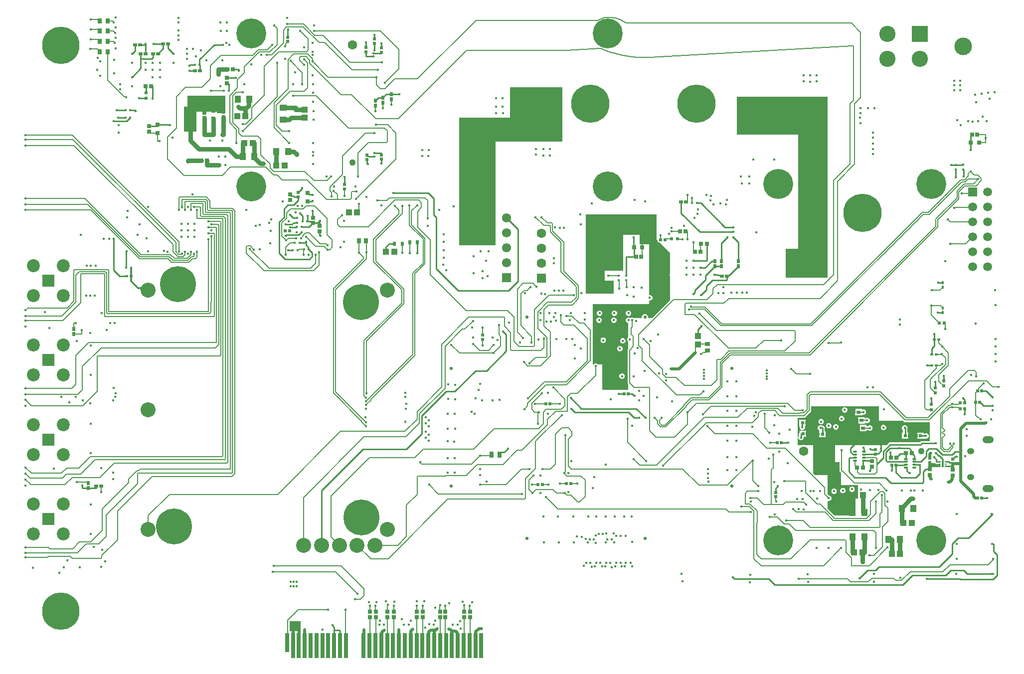
<source format=gbl>
G04*
G04 #@! TF.GenerationSoftware,Altium Limited,Altium Designer,21.6.4 (81)*
G04*
G04 Layer_Physical_Order=6*
G04 Layer_Color=16711680*
%FSAX25Y25*%
%MOIN*%
G70*
G04*
G04 #@! TF.SameCoordinates,04CDB6BB-DAA2-47D8-8ED5-A57D7073F3AE*
G04*
G04*
G04 #@! TF.FilePolarity,Positive*
G04*
G01*
G75*
%ADD16C,0.00500*%
%ADD18C,0.01000*%
%ADD19C,0.02000*%
%ADD20C,0.00600*%
%ADD25C,0.00800*%
%ADD42R,0.01772X0.01772*%
%ADD43R,0.04331X0.04134*%
%ADD46R,0.04134X0.04331*%
%ADD52R,0.01457X0.00945*%
%ADD53R,0.01575X0.04252*%
%ADD60R,0.01968X0.01772*%
%ADD64R,0.02165X0.02165*%
%ADD68R,0.01772X0.01968*%
%ADD69R,0.02165X0.02165*%
%ADD86R,0.02816X0.02648*%
%ADD87R,0.02016X0.02288*%
%ADD88R,0.02911X0.02648*%
%ADD89R,0.02756X0.02756*%
%ADD106R,0.02559X0.02362*%
%ADD113R,0.02648X0.02911*%
%ADD119R,0.02362X0.02559*%
%ADD120R,0.02288X0.02016*%
%ADD124R,0.02648X0.02816*%
%ADD141R,0.02800X0.16500*%
%ADD142R,0.02800X0.12600*%
%ADD212C,0.11800*%
%ADD213R,0.10827X0.10827*%
%ADD214C,0.10827*%
%ADD219C,0.06299*%
%ADD220C,0.04331*%
%ADD231C,0.03000*%
%ADD237C,0.08661*%
%ADD238R,0.07874X0.07874*%
%ADD239C,0.06102*%
%ADD240R,0.06102X0.06102*%
%ADD241R,0.06299X0.06299*%
%ADD242C,0.25000*%
%ADD243O,0.04921X0.04134*%
%ADD244O,0.07480X0.04724*%
%ADD245C,0.25591*%
%ADD246C,0.02166*%
%ADD247C,0.10000*%
%ADD248C,0.24000*%
%ADD249R,0.05906X0.05906*%
%ADD250C,0.05906*%
%ADD251C,0.01600*%
%ADD252C,0.20000*%
G04:AMPARAMS|DCode=253|XSize=25.98mil|YSize=12.6mil|CornerRadius=1.58mil|HoleSize=0mil|Usage=FLASHONLY|Rotation=0.000|XOffset=0mil|YOffset=0mil|HoleType=Round|Shape=RoundedRectangle|*
%AMROUNDEDRECTD253*
21,1,0.02598,0.00945,0,0,0.0*
21,1,0.02284,0.01260,0,0,0.0*
1,1,0.00315,0.01142,-0.00472*
1,1,0.00315,-0.01142,-0.00472*
1,1,0.00315,-0.01142,0.00472*
1,1,0.00315,0.01142,0.00472*
%
%ADD253ROUNDEDRECTD253*%
%ADD254R,0.02559X0.02559*%
%ADD255R,0.02559X0.02559*%
%ADD256R,0.02559X0.02756*%
%ADD257R,0.02835X0.03937*%
%ADD258R,0.02165X0.01968*%
%ADD259R,0.01968X0.02362*%
%ADD260R,0.02712X0.02648*%
%ADD261R,0.02953X0.02756*%
%ADD262R,0.02362X0.01968*%
%ADD263R,0.01772X0.01772*%
%ADD264R,0.03347X0.02953*%
%ADD265R,0.03150X0.03740*%
%ADD266R,0.03937X0.04921*%
%ADD267R,0.04921X0.03937*%
%ADD268R,0.02029X0.01860*%
%ADD269R,0.02205X0.02047*%
%ADD270R,0.02520X0.02677*%
%ADD271R,0.02756X0.02756*%
%ADD272R,0.02677X0.02520*%
%ADD273R,0.02362X0.03150*%
%ADD274C,0.01200*%
%ADD275R,0.07382X0.06791*%
G36*
X0109849Y-0045276D02*
X0104331D01*
Y-0044488D01*
X0090453D01*
Y-0057874D01*
X0082284D01*
Y-0040945D01*
X0084449D01*
Y-0033858D01*
X0085433Y-0033858D01*
X0109849D01*
Y-0045276D01*
D02*
G37*
G36*
X0335433Y-0064446D02*
X0290551D01*
Y-0133858D01*
X0266142D01*
Y-0048425D01*
X0300394D01*
Y-0027953D01*
X0335433D01*
Y-0064446D01*
D02*
G37*
G36*
X0512598Y-0155462D02*
X0512548Y-0155512D01*
X0484646D01*
Y-0136221D01*
X0492913D01*
Y-0059842D01*
X0451968D01*
Y-0034252D01*
X0512598D01*
Y-0155462D01*
D02*
G37*
G36*
X0375907Y-0112979D02*
X0398425D01*
Y-0129921D01*
X0398902Y-0130398D01*
Y-0131905D01*
X0400410D01*
X0407257Y-0138753D01*
Y-0152706D01*
X0407058Y-0153185D01*
Y-0153901D01*
X0407257Y-0154381D01*
Y-0170252D01*
X0395225Y-0182283D01*
X0392612D01*
X0392545Y-0182183D01*
Y-0181355D01*
X0392228Y-0180589D01*
X0391642Y-0180003D01*
X0390876Y-0179686D01*
X0390048D01*
X0389282Y-0180003D01*
X0388696Y-0180589D01*
X0388379Y-0181355D01*
Y-0182183D01*
X0388312Y-0182283D01*
X0382791D01*
X0382248Y-0182058D01*
X0381532D01*
X0380988Y-0182283D01*
X0380523D01*
X0380516Y-0182277D01*
X0379854Y-0182003D01*
X0379138D01*
X0378477Y-0182277D01*
X0377970Y-0182783D01*
X0377696Y-0183445D01*
Y-0184161D01*
X0377970Y-0184822D01*
X0378477Y-0185329D01*
X0379138Y-0185603D01*
X0379429D01*
Y-0195179D01*
X0379344Y-0195214D01*
X0378837Y-0195720D01*
X0378563Y-0196382D01*
Y-0197098D01*
X0378837Y-0197760D01*
X0379344Y-0198266D01*
X0379429Y-0198301D01*
Y-0202804D01*
X0379318Y-0202915D01*
X0379009Y-0203378D01*
X0378900Y-0203924D01*
X0378900Y-0203924D01*
Y-0225603D01*
X0378900Y-0225603D01*
X0379009Y-0226150D01*
X0379318Y-0226613D01*
X0379429Y-0226723D01*
Y-0230413D01*
X0361780D01*
Y-0213333D01*
X0358792D01*
X0358500Y-0213041D01*
X0357838Y-0212767D01*
X0357122D01*
X0356461Y-0213041D01*
X0356169Y-0213333D01*
X0355521D01*
Y-0173140D01*
X0393307D01*
Y-0170721D01*
X0393343Y-0170698D01*
X0394059D01*
X0394720Y-0170424D01*
X0395227Y-0169917D01*
X0395501Y-0169256D01*
Y-0168540D01*
X0395227Y-0167878D01*
X0394720Y-0167372D01*
X0394059Y-0167098D01*
X0393343D01*
X0393307Y-0167074D01*
Y-0132960D01*
X0386998D01*
Y-0126772D01*
X0383604D01*
X0383441Y-0126704D01*
X0382724D01*
X0382561Y-0126772D01*
X0375907D01*
Y-0150787D01*
X0363715D01*
Y-0157258D01*
X0369756D01*
Y-0166177D01*
X0350864D01*
Y-0112964D01*
X0375907D01*
Y-0112979D01*
D02*
G37*
G36*
X0546850Y-0251181D02*
X0562942D01*
X0563283Y-0251522D01*
X0563746Y-0251831D01*
X0564292Y-0251940D01*
X0564292Y-0251940D01*
X0580590D01*
X0580590Y-0251940D01*
X0580716Y-0251915D01*
X0581102Y-0252232D01*
Y-0264612D01*
X0575591D01*
X0575005Y-0264729D01*
X0574509Y-0265060D01*
X0574170Y-0265400D01*
X0554572D01*
X0553986Y-0265516D01*
X0553490Y-0265848D01*
X0552015Y-0267323D01*
X0517520D01*
Y-0278740D01*
X0520620D01*
Y-0284252D01*
X0520620Y-0284252D01*
X0520728Y-0284798D01*
X0521038Y-0285261D01*
X0521654Y-0285877D01*
Y-0294045D01*
X0529932D01*
X0530063Y-0294132D01*
X0530609Y-0294241D01*
X0530609Y-0294241D01*
X0532776D01*
Y-0300787D01*
Y-0302953D01*
X0531250D01*
Y-0314567D01*
X0517373D01*
X0512598Y-0309792D01*
Y-0304966D01*
X0513014Y-0304689D01*
X0513048Y-0304702D01*
X0513764D01*
X0514426Y-0304428D01*
X0514932Y-0303922D01*
X0515206Y-0303260D01*
Y-0302544D01*
X0514932Y-0301883D01*
X0514426Y-0301376D01*
X0513764Y-0301102D01*
X0513624D01*
X0512598Y-0300076D01*
Y-0287402D01*
X0504381D01*
X0502953Y-0285973D01*
Y-0267323D01*
X0497429D01*
X0497003Y-0267209D01*
X0495910D01*
X0495484Y-0267323D01*
X0492520D01*
Y-0259732D01*
Y-0249065D01*
X0496850D01*
X0496850Y-0249065D01*
X0497397Y-0248957D01*
X0497860Y-0248647D01*
X0500616Y-0245891D01*
X0500616Y-0245891D01*
X0500793Y-0245626D01*
X0501128Y-0245291D01*
X0501128Y-0245291D01*
X0501438Y-0244828D01*
X0501546Y-0244281D01*
X0501546Y-0244281D01*
Y-0241339D01*
X0546850D01*
Y-0251181D01*
D02*
G37*
G36*
X0584848Y-0279831D02*
X0585433Y-0279947D01*
X0587625D01*
X0587865Y-0280144D01*
Y-0282074D01*
X0579858D01*
Y-0279520D01*
X0584383D01*
X0584848Y-0279831D01*
D02*
G37*
%LPC*%
G36*
X0379854Y-0177415D02*
X0379138D01*
X0378477Y-0177689D01*
X0377970Y-0178195D01*
X0377696Y-0178857D01*
Y-0179573D01*
X0377970Y-0180234D01*
X0378477Y-0180740D01*
X0379138Y-0181015D01*
X0379854D01*
X0380516Y-0180740D01*
X0381022Y-0180234D01*
X0381296Y-0179573D01*
Y-0178857D01*
X0381022Y-0178195D01*
X0380516Y-0177689D01*
X0379854Y-0177415D01*
D02*
G37*
G36*
X0370339Y-0177415D02*
X0369623D01*
X0368961Y-0177689D01*
X0368455Y-0178196D01*
X0368181Y-0178857D01*
Y-0179573D01*
X0368455Y-0180235D01*
X0368961Y-0180741D01*
X0369623Y-0181015D01*
X0370339D01*
X0371000Y-0180741D01*
X0371507Y-0180235D01*
X0371781Y-0179573D01*
Y-0178857D01*
X0371507Y-0178196D01*
X0371000Y-0177689D01*
X0370339Y-0177415D01*
D02*
G37*
G36*
X0360496D02*
X0359780D01*
X0359119Y-0177689D01*
X0358612Y-0178196D01*
X0358338Y-0178857D01*
Y-0179573D01*
X0358612Y-0180235D01*
X0359119Y-0180741D01*
X0359780Y-0181015D01*
X0360496D01*
X0361158Y-0180741D01*
X0361664Y-0180235D01*
X0361938Y-0179573D01*
Y-0178857D01*
X0361664Y-0178196D01*
X0361158Y-0177689D01*
X0360496Y-0177415D01*
D02*
G37*
G36*
X0370043Y-0182041D02*
X0369327D01*
X0368666Y-0182315D01*
X0368159Y-0182822D01*
X0367885Y-0183483D01*
Y-0184199D01*
X0368159Y-0184861D01*
X0368666Y-0185367D01*
X0369327Y-0185641D01*
X0370043D01*
X0370705Y-0185367D01*
X0371211Y-0184861D01*
X0371485Y-0184199D01*
Y-0183483D01*
X0371211Y-0182822D01*
X0370705Y-0182315D01*
X0370043Y-0182041D01*
D02*
G37*
G36*
X0360232D02*
X0359516D01*
X0358855Y-0182315D01*
X0358348Y-0182822D01*
X0358074Y-0183483D01*
Y-0184199D01*
X0358348Y-0184861D01*
X0358855Y-0185367D01*
X0359516Y-0185641D01*
X0360232D01*
X0360894Y-0185367D01*
X0361400Y-0184861D01*
X0361674Y-0184199D01*
Y-0183483D01*
X0361400Y-0182822D01*
X0360894Y-0182315D01*
X0360232Y-0182041D01*
D02*
G37*
G36*
X0362957Y-0195444D02*
X0362240D01*
X0361579Y-0195718D01*
X0361072Y-0196224D01*
X0360798Y-0196886D01*
Y-0197602D01*
X0361072Y-0198264D01*
X0361579Y-0198770D01*
X0362240Y-0199044D01*
X0362957D01*
X0363618Y-0198770D01*
X0364124Y-0198264D01*
X0364398Y-0197602D01*
Y-0196886D01*
X0364124Y-0196224D01*
X0363618Y-0195718D01*
X0362957Y-0195444D01*
D02*
G37*
G36*
X0376056Y-0195900D02*
X0375340D01*
X0374678Y-0196174D01*
X0374172Y-0196680D01*
X0373898Y-0197342D01*
Y-0198058D01*
X0374172Y-0198720D01*
X0374678Y-0199226D01*
X0375340Y-0199500D01*
X0376056D01*
X0376718Y-0199226D01*
X0377224Y-0198720D01*
X0377498Y-0198058D01*
Y-0197342D01*
X0377224Y-0196680D01*
X0376718Y-0196174D01*
X0376056Y-0195900D01*
D02*
G37*
G36*
X0374088Y-0201088D02*
X0373372D01*
X0372710Y-0201362D01*
X0372204Y-0201869D01*
X0371930Y-0202530D01*
Y-0203246D01*
X0372204Y-0203908D01*
X0372710Y-0204414D01*
X0373372Y-0204688D01*
X0374088D01*
X0374750Y-0204414D01*
X0375256Y-0203908D01*
X0375530Y-0203246D01*
Y-0202530D01*
X0375256Y-0201869D01*
X0374750Y-0201362D01*
X0374088Y-0201088D01*
D02*
G37*
G36*
X0375555Y-0219460D02*
X0374839D01*
X0374177Y-0219734D01*
X0373671Y-0220240D01*
X0373397Y-0220902D01*
Y-0221618D01*
X0373671Y-0222280D01*
X0374177Y-0222786D01*
X0374839Y-0223060D01*
X0375555D01*
X0376217Y-0222786D01*
X0376723Y-0222280D01*
X0376997Y-0221618D01*
Y-0220902D01*
X0376723Y-0220240D01*
X0376217Y-0219734D01*
X0375555Y-0219460D01*
D02*
G37*
G36*
X0524374Y-0241999D02*
X0523658D01*
X0522996Y-0242273D01*
X0522490Y-0242780D01*
X0522216Y-0243441D01*
Y-0244157D01*
X0522490Y-0244819D01*
X0522996Y-0245325D01*
X0523658Y-0245599D01*
X0524374D01*
X0525035Y-0245325D01*
X0525542Y-0244819D01*
X0525816Y-0244157D01*
Y-0243441D01*
X0525542Y-0242780D01*
X0525035Y-0242273D01*
X0524374Y-0241999D01*
D02*
G37*
G36*
X0535528Y-0243193D02*
X0530969D01*
Y-0247555D01*
X0535528D01*
Y-0247414D01*
X0536028Y-0247079D01*
X0536256Y-0247174D01*
X0536972D01*
X0537634Y-0246900D01*
X0538140Y-0246394D01*
X0538414Y-0245732D01*
Y-0245016D01*
X0538140Y-0244354D01*
X0537634Y-0243848D01*
X0536972Y-0243574D01*
X0536256D01*
X0536028Y-0243669D01*
X0535528Y-0243334D01*
Y-0243193D01*
D02*
G37*
G36*
X0522405Y-0247905D02*
X0521689D01*
X0521028Y-0248179D01*
X0520521Y-0248685D01*
X0520247Y-0249347D01*
Y-0250063D01*
X0520521Y-0250724D01*
X0521028Y-0251231D01*
X0521689Y-0251505D01*
X0522405D01*
X0523067Y-0251231D01*
X0523573Y-0250724D01*
X0523847Y-0250063D01*
Y-0249347D01*
X0523573Y-0248685D01*
X0523067Y-0248179D01*
X0522405Y-0247905D01*
D02*
G37*
G36*
X0537536Y-0248705D02*
X0532977D01*
Y-0253067D01*
X0537536D01*
Y-0252698D01*
X0537727Y-0252568D01*
X0538036Y-0252445D01*
X0538618Y-0252686D01*
X0539334D01*
X0539996Y-0252412D01*
X0540502Y-0251905D01*
X0540776Y-0251244D01*
Y-0250528D01*
X0540502Y-0249866D01*
X0539996Y-0249360D01*
X0539334Y-0249086D01*
X0538618D01*
X0538036Y-0249327D01*
X0537727Y-0249203D01*
X0537536Y-0249073D01*
Y-0248705D01*
D02*
G37*
G36*
X0508626Y-0249873D02*
X0507910D01*
X0507248Y-0250147D01*
X0506742Y-0250654D01*
X0506468Y-0251315D01*
Y-0252031D01*
X0506742Y-0252693D01*
X0507248Y-0253199D01*
X0507910Y-0253473D01*
X0508626D01*
X0509287Y-0253199D01*
X0509794Y-0252693D01*
X0510068Y-0252031D01*
Y-0251315D01*
X0509794Y-0250654D01*
X0509287Y-0250147D01*
X0508626Y-0249873D01*
D02*
G37*
G36*
X0513744Y-0252629D02*
X0513028D01*
X0512366Y-0252903D01*
X0511860Y-0253410D01*
X0511586Y-0254071D01*
Y-0254787D01*
X0511860Y-0255449D01*
X0512366Y-0255955D01*
X0513028Y-0256229D01*
X0513744D01*
X0514405Y-0255955D01*
X0514912Y-0255449D01*
X0515186Y-0254787D01*
Y-0254071D01*
X0514912Y-0253410D01*
X0514405Y-0252903D01*
X0513744Y-0252629D01*
D02*
G37*
G36*
X0518468Y-0253416D02*
X0517752D01*
X0517091Y-0253691D01*
X0516584Y-0254197D01*
X0516310Y-0254858D01*
Y-0255575D01*
X0516584Y-0256236D01*
X0517091Y-0256743D01*
X0517752Y-0257016D01*
X0518468D01*
X0519130Y-0256743D01*
X0519636Y-0256236D01*
X0519910Y-0255575D01*
Y-0254858D01*
X0519636Y-0254197D01*
X0519130Y-0253691D01*
X0518468Y-0253416D01*
D02*
G37*
G36*
X0497949Y-0250354D02*
X0493661D01*
Y-0254370D01*
X0493661D01*
X0493987Y-0254870D01*
X0493869Y-0255154D01*
Y-0255870D01*
X0494143Y-0256531D01*
X0494650Y-0257038D01*
X0495311Y-0257312D01*
X0496027D01*
X0496689Y-0257038D01*
X0497195Y-0256531D01*
X0497469Y-0255870D01*
Y-0255154D01*
X0497352Y-0254870D01*
X0497686Y-0254370D01*
X0497949D01*
Y-0250354D01*
D02*
G37*
G36*
X0550358Y-0253810D02*
X0549642D01*
X0548980Y-0254084D01*
X0548474Y-0254591D01*
X0548200Y-0255252D01*
Y-0255968D01*
X0548474Y-0256630D01*
X0548980Y-0257136D01*
X0549642Y-0257410D01*
X0550358D01*
X0551020Y-0257136D01*
X0551526Y-0256630D01*
X0551800Y-0255968D01*
Y-0255252D01*
X0551526Y-0254591D01*
X0551020Y-0254084D01*
X0550358Y-0253810D01*
D02*
G37*
G36*
X0538714Y-0253823D02*
X0534155D01*
Y-0258185D01*
X0538714D01*
Y-0257431D01*
X0539827D01*
X0539925Y-0257530D01*
X0540587Y-0257804D01*
X0541303D01*
X0541964Y-0257530D01*
X0542471Y-0257024D01*
X0542745Y-0256362D01*
Y-0255646D01*
X0542471Y-0254984D01*
X0541964Y-0254478D01*
X0541303Y-0254204D01*
X0540587D01*
X0539925Y-0254478D01*
X0539827Y-0254576D01*
X0538714D01*
Y-0253823D01*
D02*
G37*
G36*
X0508232Y-0254105D02*
X0507516D01*
X0506854Y-0254380D01*
X0506348Y-0254886D01*
X0506074Y-0255547D01*
Y-0256263D01*
X0506348Y-0256925D01*
X0506854Y-0257432D01*
X0507329Y-0257628D01*
X0507230Y-0258128D01*
X0506973D01*
Y-0262144D01*
X0511260D01*
Y-0258128D01*
X0510646D01*
Y-0255906D01*
X0510529Y-0255320D01*
X0510198Y-0254824D01*
X0509702Y-0254492D01*
X0509116Y-0254376D01*
X0508885D01*
X0508232Y-0254105D01*
D02*
G37*
G36*
X0576910Y-0259114D02*
X0572622D01*
Y-0263130D01*
X0576910D01*
Y-0263066D01*
X0577070Y-0262944D01*
X0577410Y-0262801D01*
X0577974Y-0263035D01*
X0578690D01*
X0579351Y-0262761D01*
X0579858Y-0262255D01*
X0580132Y-0261593D01*
Y-0260877D01*
X0579858Y-0260215D01*
X0579351Y-0259709D01*
X0578690Y-0259435D01*
X0577974D01*
X0577593Y-0259593D01*
X0576910D01*
Y-0259114D01*
D02*
G37*
G36*
X0564531Y-0254105D02*
X0563815D01*
X0563154Y-0254380D01*
X0562647Y-0254886D01*
X0562373Y-0255547D01*
Y-0256263D01*
X0562647Y-0256925D01*
X0562976Y-0257254D01*
Y-0259111D01*
X0562362D01*
Y-0263127D01*
X0566650D01*
Y-0259111D01*
X0566035D01*
Y-0255906D01*
X0565973Y-0255594D01*
Y-0255547D01*
X0565955Y-0255504D01*
X0565919Y-0255320D01*
X0565814Y-0255164D01*
X0565699Y-0254886D01*
X0565193Y-0254380D01*
X0564531Y-0254105D01*
D02*
G37*
G36*
X0498343Y-0257834D02*
X0494055D01*
Y-0258591D01*
X0493800Y-0258761D01*
X0493469Y-0259257D01*
X0493353Y-0259842D01*
Y-0261292D01*
X0493082Y-0261945D01*
Y-0262661D01*
X0493356Y-0263323D01*
X0493862Y-0263829D01*
X0494524Y-0264103D01*
X0495240D01*
X0495901Y-0263829D01*
X0496408Y-0263323D01*
X0496682Y-0262661D01*
Y-0261945D01*
X0496745Y-0261851D01*
X0498343D01*
Y-0257834D01*
D02*
G37*
G36*
X0529318Y-0295041D02*
X0528602D01*
X0527941Y-0295315D01*
X0527434Y-0295821D01*
X0527160Y-0296483D01*
Y-0297199D01*
X0527434Y-0297860D01*
X0527941Y-0298367D01*
X0528602Y-0298641D01*
X0529318D01*
X0529980Y-0298367D01*
X0530486Y-0297860D01*
X0530760Y-0297199D01*
Y-0296483D01*
X0530486Y-0295821D01*
X0529980Y-0295315D01*
X0529318Y-0295041D01*
D02*
G37*
G36*
X0523193Y-0295936D02*
X0522477D01*
X0521815Y-0296210D01*
X0521309Y-0296717D01*
X0521035Y-0297378D01*
Y-0298094D01*
X0521309Y-0298756D01*
X0521815Y-0299262D01*
X0522477Y-0299536D01*
X0523193D01*
X0523854Y-0299262D01*
X0524361Y-0298756D01*
X0524635Y-0298094D01*
Y-0297378D01*
X0524361Y-0296717D01*
X0523854Y-0296210D01*
X0523193Y-0295936D01*
D02*
G37*
G36*
X0517287Y-0296330D02*
X0516571D01*
X0515909Y-0296604D01*
X0515403Y-0297110D01*
X0515129Y-0297772D01*
Y-0298488D01*
X0515403Y-0299149D01*
X0515909Y-0299656D01*
X0516571Y-0299930D01*
X0517287D01*
X0517949Y-0299656D01*
X0518455Y-0299149D01*
X0518729Y-0298488D01*
Y-0297772D01*
X0518455Y-0297110D01*
X0517949Y-0296604D01*
X0517287Y-0296330D01*
D02*
G37*
%LPD*%
G54D16*
X0256941Y-0400125D02*
X0257480Y-0401427D01*
X0237941Y-0378907D02*
X0237992Y-0378783D01*
X0206441Y-0378907D02*
X0206496Y-0378774D01*
X0218439Y-0374114D02*
X0218310Y-0374444D01*
X0256890Y-0378783D02*
X0256941Y-0378907D01*
X0253346Y-0378679D02*
X0253441Y-0378907D01*
X0253655Y-0374421D02*
X0253346Y-0374879D01*
X0269496Y-0374321D02*
X0269488Y-0374409D01*
X0269441Y-0378907D02*
X0269488Y-0378793D01*
X0241811Y-0404100D02*
X0241941Y-0403786D01*
X0273441Y-0382293D02*
X0273307Y-0382616D01*
X0269441Y-0382293D02*
X0269370Y-0382464D01*
X0253622Y-0382730D02*
X0253441Y-0382293D01*
Y-0401180D02*
X0253543Y-0401427D01*
X0206441Y-0382293D02*
X0206378Y-0382445D01*
X0206299Y-0401427D02*
X0206441Y-0401085D01*
X0210236Y-0401427D02*
X0210441Y-0400933D01*
X0218110Y-0401427D02*
X0218341Y-0400870D01*
X0222047Y-0401427D02*
X0222487Y-0400769D01*
X0222641Y-0399993D01*
X0237795Y-0401427D02*
X0237941Y-0401075D01*
X0241732Y-0401427D02*
X0241941Y-0400923D01*
X0273228Y-0401427D02*
X0273441Y-0400913D01*
X0269291Y-0401427D02*
X0269441Y-0401065D01*
X0269370Y-0404100D02*
X0269441Y-0403929D01*
X0218189Y-0404100D02*
X0218189Y-0404100D01*
X0218341Y-0403733D01*
X0237874Y-0404100D02*
X0237941Y-0403938D01*
X0256941Y-0402608D02*
X0257101Y-0403414D01*
X0257557Y-0404098D01*
X0257559Y-0404100D01*
X0256941Y-0400125D02*
Y-0382293D01*
X0237992Y-0378783D02*
Y-0374655D01*
X0241929Y-0378895D02*
X0241941Y-0378907D01*
X0241929Y-0378895D02*
Y-0374655D01*
X0206496Y-0378774D02*
Y-0374655D01*
X0210433Y-0378899D02*
Y-0374655D01*
Y-0378899D02*
X0210441Y-0378907D01*
X0218439Y-0374114D02*
X0218444Y-0374109D01*
X0218307Y-0374706D02*
X0218310Y-0374444D01*
X0218444Y-0374109D02*
X0218445Y-0374108D01*
X0218307Y-0378873D02*
Y-0374706D01*
Y-0378873D02*
X0218341Y-0378907D01*
X0222638Y-0378904D02*
X0222641Y-0378907D01*
X0222638Y-0378904D02*
Y-0374655D01*
X0256890Y-0378783D02*
Y-0374655D01*
X0253346Y-0378679D02*
Y-0374879D01*
X0269496Y-0374321D02*
X0269501Y-0374292D01*
X0269488Y-0378793D02*
Y-0374409D01*
X0269501Y-0374292D02*
X0269502Y-0374291D01*
X0273425Y-0378891D02*
Y-0374655D01*
Y-0378891D02*
X0273441Y-0378907D01*
Y-0400913D02*
Y-0382293D01*
X0269441Y-0401065D02*
Y-0382293D01*
X0253441Y-0401180D02*
Y-0382293D01*
X0206441Y-0401085D02*
Y-0382293D01*
X0210441Y-0400933D02*
Y-0382293D01*
X0218341Y-0400870D02*
Y-0382293D01*
X0222641Y-0399993D02*
Y-0382293D01*
X0237941Y-0401075D02*
Y-0382293D01*
X0241941Y-0400923D02*
Y-0382293D01*
G54D18*
X0572761Y-0278550D02*
X0575086D01*
X0182677Y-0391100D02*
Y-0389062D01*
Y-0401427D02*
Y-0391100D01*
X0186614Y-0401427D02*
Y-0391686D01*
X0186028Y-0391100D02*
X0186614Y-0391686D01*
X0182677Y-0391100D02*
X0186028D01*
X0181534Y-0387919D02*
X0182677Y-0389062D01*
X0181534Y-0387919D02*
Y-0387757D01*
X0444095Y-0121653D02*
X0449606D01*
X0425197Y-0105512D02*
X0427953D01*
X0444095Y-0121653D01*
X0427165Y-0124803D02*
X0449606D01*
X0414725Y-0112363D02*
Y-0104643D01*
Y-0112363D02*
X0427165Y-0124803D01*
X0452854Y-0144390D02*
Y-0131595D01*
X0449606Y-0128347D02*
X0452854Y-0131595D01*
X0441732Y-0144390D02*
Y-0132283D01*
X0445669Y-0128347D01*
X0427559Y-0148819D02*
X0430709D01*
X0435138Y-0144390D02*
X0437303D01*
X0430709Y-0148819D02*
X0435138Y-0144390D01*
X0427843Y-0166966D02*
X0431497Y-0163312D01*
Y-0161216D01*
X0435500Y-0157213D02*
X0444788D01*
X0431497Y-0161216D02*
X0435500Y-0157213D01*
X0445374Y-0156627D02*
Y-0154331D01*
X0444788Y-0157213D02*
X0445374Y-0156627D01*
X0452854Y-0147835D02*
Y-0147736D01*
X0447039Y-0153650D02*
X0452854Y-0147835D01*
X0446055Y-0153650D02*
X0447039D01*
X0445374Y-0154331D02*
X0446055Y-0153650D01*
X0422835Y-0166284D02*
Y-0166122D01*
X0423864Y-0165093D01*
Y-0163878D01*
X0431102Y-0156895D02*
Y-0154035D01*
X0430517Y-0157480D02*
X0431102Y-0156895D01*
X0430261Y-0157480D02*
X0430517D01*
X0423864Y-0163878D02*
X0430261Y-0157480D01*
X0431102Y-0154035D02*
X0437303Y-0147835D01*
Y-0147736D01*
X0441732D02*
X0441732Y-0147736D01*
X0437303Y-0147736D02*
X0441732D01*
X0441373Y-0153676D02*
X0442028Y-0154331D01*
X0439248Y-0153676D02*
X0441373D01*
X0439115Y-0153543D02*
X0439248Y-0153676D01*
X0436811Y-0153543D02*
X0439115D01*
X0441732Y-0147736D02*
X0441782Y-0147687D01*
X0437303Y-0144390D02*
Y-0144291D01*
X0068405Y-0002165D02*
Y0000787D01*
X0064862Y-0005709D02*
X0064961D01*
X0065642Y-0005028D01*
Y-0004929D01*
X0068405Y-0002165D01*
X0068307Y0000787D02*
X0068405D01*
X0061811D02*
X0068307D01*
X0049508Y-0003642D02*
Y0000394D01*
X0047441Y-0005709D02*
X0049508Y-0003642D01*
X0056693Y-0005709D02*
Y0001060D01*
X0052854Y0000394D02*
X0055865D01*
X0056531Y0001060D01*
X0056693D01*
X0071752Y-0002067D02*
Y0000787D01*
Y-0002067D02*
X0075394Y-0005709D01*
X0102683Y0000394D02*
X0108268D01*
X0092732Y-0009557D02*
X0102683Y0000394D01*
X0092732Y-0013129D02*
Y-0009557D01*
Y-0013129D02*
X0092782Y-0013179D01*
Y-0016880D02*
Y-0013179D01*
Y-0016880D02*
X0092831Y-0016929D01*
X0053248Y-0008850D02*
Y-0005709D01*
Y-0015453D02*
Y-0008850D01*
X0053453Y-0009055D02*
X0060630D01*
X0053248Y-0008850D02*
X0053453Y-0009055D01*
X0061516Y-0008169D02*
Y-0005709D01*
X0060630Y-0009055D02*
X0061516Y-0008169D01*
X0047441Y-0021260D02*
X0053248Y-0015453D01*
X0570676Y-0278550D02*
X0572761D01*
X0172939Y-0127362D02*
Y-0124276D01*
Y-0127362D02*
X0173461D01*
X0172939Y-0117450D02*
Y-0117323D01*
Y-0120812D02*
Y-0117450D01*
X0171629Y-0118760D02*
X0172939Y-0117450D01*
Y-0117323D02*
X0173228D01*
X0499077Y-0259842D02*
Y-0257606D01*
X0500049Y-0256633D01*
X0575591Y-0266142D02*
X0585039D01*
X0554572Y-0266929D02*
X0574803D01*
X0575591Y-0266142D01*
X0550000Y-0275700D02*
Y-0271501D01*
X0554572Y-0266929D01*
X0545669Y-0280030D02*
X0550000Y-0275700D01*
X0560630Y-0269291D02*
X0566929D01*
X0554331D02*
X0560630D01*
X0596063Y-0273622D02*
X0598003Y-0271682D01*
X0601575D01*
X0589370Y-0273622D02*
X0596063D01*
X0585433Y-0269685D02*
X0589370Y-0273622D01*
X0596220Y-0276840D02*
Y-0276705D01*
X0597779Y-0275146D01*
X0598930D01*
X0599044Y-0275032D01*
X0580315Y-0269685D02*
X0585433D01*
X0578740Y-0274896D02*
Y-0271260D01*
X0580315Y-0269685D01*
X0575086Y-0278550D02*
X0578740Y-0274896D01*
X0587413Y-0274421D02*
X0589652Y-0276660D01*
X0585039Y-0272835D02*
X0585120D01*
X0586706Y-0274421D01*
X0587413D01*
X0570676Y-0278550D02*
X0570806Y-0278420D01*
X0572761D01*
X0578109Y-0283482D02*
X0580866D01*
X0576575Y-0285016D02*
X0578109Y-0283482D01*
X0575878Y-0292709D02*
X0576575Y-0292012D01*
Y-0285016D01*
X0554773Y-0292709D02*
X0575878D01*
X0530684Y-0289075D02*
X0551139D01*
X0554773Y-0292709D01*
X0526799Y-0285190D02*
X0530684Y-0289075D01*
X0526799Y-0285190D02*
Y-0276255D01*
X0527385Y-0275669D01*
X0530984D01*
X0548425Y-0269632D02*
Y-0267717D01*
Y-0271037D02*
Y-0269632D01*
X0544471Y-0273290D02*
X0544756Y-0273005D01*
X0546457D01*
X0548425Y-0271037D01*
X0546161Y-0265453D02*
X0548425Y-0267717D01*
X0527953Y-0269291D02*
X0531791Y-0265453D01*
X0546161D01*
X0527953Y-0271952D02*
Y-0269291D01*
X0530854Y-0273571D02*
X0530984Y-0273701D01*
X0529572Y-0273571D02*
X0530854D01*
X0527953Y-0271952D02*
X0529572Y-0273571D01*
X0541347Y-0282669D02*
X0542126Y-0281890D01*
X0541347Y-0284211D02*
Y-0282669D01*
X0541093Y-0284464D02*
X0541347Y-0284211D01*
X0541093Y-0284626D02*
Y-0284464D01*
X0541411Y-0269932D02*
X0541891Y-0270412D01*
X0544471D01*
X0536772Y-0271732D02*
Y-0269627D01*
X0536489Y-0269344D02*
X0536772Y-0269627D01*
X0536489Y-0269344D02*
Y-0269182D01*
X0536772Y-0273701D02*
X0536902Y-0273571D01*
X0544190D01*
X0544471Y-0273290D01*
X0536772Y-0277638D02*
X0541597D01*
X0542503Y-0278544D01*
X0536203Y-0282481D02*
Y-0277768D01*
X0536333Y-0277638D01*
X0536772D01*
X0566929Y-0269291D02*
X0568184Y-0270546D01*
Y-0272062D02*
X0568963Y-0272841D01*
X0568184Y-0272062D02*
Y-0270546D01*
X0551700Y-0277617D02*
Y-0271922D01*
X0554331Y-0269291D01*
X0552633Y-0278550D02*
X0564889D01*
X0551700Y-0277617D02*
X0552633Y-0278550D01*
X0554757Y-0275564D02*
X0554790Y-0275597D01*
X0554757Y-0275564D02*
Y-0272474D01*
X0554724Y-0272441D02*
X0554757Y-0272474D01*
X0555460Y-0284401D02*
X0555497Y-0284364D01*
Y-0280755D01*
X0574406Y-0286322D02*
Y-0280807D01*
X0571654Y-0289075D02*
X0574406Y-0286322D01*
X0561811Y-0289075D02*
X0571654D01*
X0558375Y-0285639D02*
Y-0280755D01*
Y-0285639D02*
X0561811Y-0289075D01*
X0574118Y-0280519D02*
X0574406Y-0280807D01*
X0570676Y-0280519D02*
X0574118D01*
X0567305Y-0286203D02*
X0567525D01*
X0564889Y-0282487D02*
X0565558D01*
X0565688Y-0282617D01*
Y-0284585D02*
Y-0282617D01*
Y-0284585D02*
X0567305Y-0286203D01*
X0558375Y-0280755D02*
X0563983D01*
X0564219Y-0280519D01*
X0564889D01*
X0558727Y-0275597D02*
X0561414Y-0272910D01*
X0564958D01*
Y-0276513D02*
Y-0272910D01*
X0564889Y-0276582D02*
X0564958Y-0276513D01*
X0568963Y-0272841D02*
X0570676Y-0274554D01*
Y-0276582D02*
Y-0274554D01*
X0596220Y-0279718D02*
Y-0279583D01*
X0595712Y-0279075D02*
X0596220Y-0279583D01*
X0594287Y-0279075D02*
X0595712D01*
X0593630Y-0278418D02*
X0594287Y-0279075D01*
X0591680Y-0278418D02*
X0593630D01*
X0591680Y-0281567D02*
X0595991D01*
X0596220Y-0281797D01*
X0589652Y-0279992D02*
Y-0276660D01*
X0583815Y-0275402D02*
Y-0275386D01*
Y-0275402D02*
X0585433Y-0277020D01*
Y-0278418D02*
Y-0277020D01*
Y-0278418D02*
X0587625D01*
X0249213Y-0113386D02*
X0251039Y-0115212D01*
X0245587Y-0098736D02*
X0249213Y-0102362D01*
Y-0113386D02*
Y-0102362D01*
X0222351Y-0098694D02*
X0222393Y-0098736D01*
X0245587D01*
X0043701Y-0138046D02*
X0044001Y-0137747D01*
X0043701Y-0148819D02*
Y-0138046D01*
X0251039Y-0149554D02*
Y-0115212D01*
Y-0149554D02*
X0265570Y-0164085D01*
X0299306D01*
X0305692Y-0157698D01*
Y-0123172D01*
X0298031Y-0115512D02*
X0305692Y-0123172D01*
X0035433Y-0150394D02*
Y-0129528D01*
X0039370Y-0154331D02*
X0043701D01*
X0035433Y-0150394D02*
X0039370Y-0154331D01*
X0157538Y-0121632D02*
X0157713Y-0121457D01*
X0153225Y-0121747D02*
X0153340Y-0121632D01*
X0157538D01*
X0149213Y-0114961D02*
Y-0109345D01*
X0151725Y-0106833D02*
X0155716D01*
X0149213Y-0109345D02*
X0151725Y-0106833D01*
X0155716D02*
X0158661Y-0103887D01*
Y-0101429D01*
X0608268Y-0064961D02*
Y-0059842D01*
Y-0070079D02*
Y-0064961D01*
X0598425Y-0079921D02*
X0603357D01*
X0383083Y-0135039D02*
Y-0128504D01*
X0383201Y-0141339D02*
Y-0135039D01*
X0564506Y-0261119D02*
Y-0255906D01*
X0574766Y-0261122D02*
X0578332D01*
X0495669Y-0255512D02*
Y-0252362D01*
X0509116Y-0260136D02*
Y-0255906D01*
X0494882Y-0262303D02*
Y-0259842D01*
X0203937Y-0001514D02*
Y0001969D01*
X0204537Y-0079380D02*
Y-0076439D01*
X0046417Y-0043355D02*
X0050000D01*
X0064528Y-0053218D02*
X0072795D01*
X0059016Y-0054241D02*
X0064528D01*
X0217405Y-0138189D02*
Y-0134835D01*
X0603150Y-0235946D02*
X0603268D01*
X0604252Y-0236929D01*
Y-0239054D02*
Y-0236929D01*
X0604252Y-0246535D02*
X0604316Y-0246600D01*
X0604252Y-0246535D02*
Y-0242991D01*
X0035433Y-0050787D02*
X0044022D01*
X0045275Y-0049534D01*
Y-0049498D01*
X0046417Y-0048355D01*
X0149924Y-0124213D02*
X0149931Y-0124206D01*
X0149935D01*
X0150233Y-0119882D02*
X0154343D01*
X0155622Y-0118602D01*
X0422835Y-0144095D02*
X0431943D01*
Y-0132677D01*
X0050000Y-0044094D02*
Y-0043355D01*
X0263327Y-0231496D02*
X0277187Y-0217637D01*
X0284533D01*
X0297638Y-0204532D01*
Y-0193307D01*
X0295669Y-0191339D02*
X0297638Y-0193307D01*
X0174221Y-0334252D02*
Y-0297827D01*
X0241339Y-0247638D02*
X0257480Y-0231496D01*
X0201969Y-0270079D02*
X0230929D01*
X0257480Y-0231496D02*
X0263327D01*
X0230929Y-0270079D02*
X0241339Y-0259669D01*
X0174221Y-0297827D02*
X0201969Y-0270079D01*
X0241339Y-0259669D02*
Y-0247638D01*
X0623465Y-0338403D02*
X0625816Y-0340754D01*
X0601033Y-0356690D02*
X0601430Y-0357087D01*
X0623228D02*
X0625816Y-0354499D01*
X0623465Y-0338403D02*
Y-0333307D01*
X0579072Y-0356690D02*
X0601033D01*
X0625816Y-0354499D02*
Y-0340754D01*
X0601430Y-0357087D02*
X0623228D01*
X0546850Y-0348819D02*
X0587402D01*
X0596102Y-0340118D02*
Y-0333464D01*
X0544685Y-0350984D02*
X0546850Y-0348819D01*
X0539243Y-0350984D02*
X0544685D01*
X0596102Y-0333464D02*
X0600039Y-0329528D01*
X0587402Y-0348819D02*
X0596102Y-0340118D01*
X0606961Y-0329528D02*
X0623008Y-0313481D01*
X0600039Y-0329528D02*
X0606961D01*
X0533931Y-0356296D02*
X0539243Y-0350984D01*
X0603696Y-0351181D02*
X0605822Y-0353307D01*
X0473241Y-0356693D02*
X0477203Y-0360655D01*
X0594882Y-0351181D02*
X0603696D01*
X0591677Y-0354386D02*
X0594882Y-0351181D01*
X0449310Y-0355832D02*
X0450171Y-0356693D01*
X0605822Y-0353307D02*
X0623541D01*
X0562967Y-0360655D02*
X0569236Y-0354386D01*
X0591677D01*
X0477203Y-0360655D02*
X0562967D01*
X0449150Y-0355832D02*
X0449310D01*
X0450171Y-0356693D02*
X0473241D01*
X0347872Y-0242913D02*
X0384744D01*
X0390896Y-0249065D01*
X0340786Y-0235827D02*
X0347872Y-0242913D01*
X0379497Y-0245276D02*
X0383334Y-0249113D01*
X0343637Y-0245276D02*
X0379497D01*
X0341274Y-0242913D02*
X0343637Y-0245276D01*
X0383334Y-0249113D02*
X0386615D01*
X0296350Y-0272153D02*
X0298819Y-0269685D01*
X0293268Y-0273071D02*
X0294185Y-0272153D01*
X0293268Y-0273622D02*
Y-0273071D01*
X0294185Y-0272153D02*
X0296350D01*
X0168441Y-0118760D02*
X0171629D01*
X0146063Y-0118110D02*
X0149213Y-0114961D01*
X0146063Y-0138976D02*
Y-0118110D01*
Y-0138976D02*
X0150000Y-0142913D01*
X0166178D01*
X0167949Y-0141142D01*
X0165823Y-0121457D02*
X0168441Y-0118839D01*
X0160863Y-0121457D02*
X0165823D01*
X0168441Y-0118839D02*
Y-0118760D01*
X0153150Y-0113386D02*
X0155217Y-0115453D01*
X0158008D01*
X0164773Y-0117570D02*
Y-0114161D01*
X0210236Y-0036986D02*
X0212278Y-0034944D01*
X0215354D01*
X0210236Y-0037085D02*
Y-0036986D01*
X0215354Y-0034846D02*
X0217575Y-0032626D01*
X0215354Y-0034944D02*
Y-0034846D01*
X0217575Y-0032626D02*
X0220866D01*
X0226327D02*
X0226378Y-0032677D01*
X0220866Y-0032626D02*
X0226327D01*
X0532009Y-0250886D02*
X0532690Y-0251567D01*
Y-0252925D02*
X0533088Y-0253323D01*
X0531910Y-0250886D02*
X0532009D01*
X0532690Y-0252925D02*
Y-0251567D01*
X0533088Y-0256004D02*
Y-0253323D01*
X0529902Y-0248976D02*
X0531812Y-0250886D01*
X0529902Y-0248976D02*
Y-0245374D01*
X0531812Y-0250886D02*
X0531910D01*
X0530535Y-0242693D02*
X0531102Y-0242126D01*
X0530535Y-0244741D02*
Y-0242693D01*
X0529902Y-0245374D02*
X0530535Y-0244741D01*
X0618504Y-0231102D02*
X0622835Y-0235433D01*
X0615765Y-0231102D02*
X0618504D01*
X0616990Y-0241006D02*
X0622803D01*
X0614431Y-0238583D02*
X0614567D01*
X0616990Y-0241006D01*
X0586221Y-0178740D02*
X0586319Y-0178642D01*
X0589764D01*
X0586614Y-0158661D02*
X0586698Y-0158745D01*
X0589730D01*
X0579134Y-0214006D02*
X0579301Y-0214173D01*
X0582382D01*
X0581890Y-0240059D02*
Y-0235925D01*
X0584646Y-0228937D02*
Y-0225197D01*
X0590173Y-0224296D02*
Y-0221177D01*
X0590188Y-0221161D01*
X0590158Y-0224311D02*
X0590173Y-0224296D01*
X0582382Y-0202658D02*
X0583957Y-0201083D01*
X0582382Y-0206693D02*
Y-0202658D01*
X0583957Y-0201083D02*
Y-0196850D01*
X0583858Y-0192913D02*
X0583957Y-0193012D01*
Y-0196850D02*
Y-0193012D01*
X0598411Y-0083085D02*
X0598425Y-0083071D01*
X0598397Y-0088288D02*
X0598411Y-0088273D01*
Y-0083085D01*
X0603357Y-0083008D02*
X0603450Y-0083101D01*
Y-0087702D02*
Y-0083101D01*
Y-0087702D02*
X0603543Y-0087795D01*
X0425938Y-0194488D02*
Y-0190204D01*
X0428346Y-0187795D01*
X0189764Y-0093049D02*
Y-0088189D01*
X0151766Y0005398D02*
Y0010428D01*
X0151751Y0005383D02*
X0151766Y0005398D01*
Y0010428D02*
X0151782Y0010443D01*
X0479331Y-0294789D02*
Y-0294626D01*
X0477872Y-0298948D02*
Y-0296247D01*
X0479331Y-0294789D01*
X0479308Y-0294649D02*
X0479331Y-0294626D01*
X0481754Y-0265748D02*
X0486221D01*
X0118110Y-0036220D02*
X0118110D01*
X0117717Y-0047293D02*
X0117825Y-0047401D01*
X0564173Y-0255906D02*
X0564506D01*
X0578332Y-0261235D02*
Y-0261122D01*
X0571888D02*
Y-0256791D01*
X0571260D02*
X0571888D01*
X0567384Y-0261119D02*
Y-0256791D01*
X0568898D01*
X0495669Y-0252362D02*
X0495805D01*
X0507874Y-0255906D02*
X0509116D01*
X0494882Y-0259842D02*
X0496199D01*
X0498683Y-0252362D02*
X0502362D01*
Y-0257185D02*
Y-0252362D01*
X0504331Y-0260136D02*
X0506238D01*
X0504331D02*
Y-0257185D01*
X0209449Y0004195D02*
Y0007087D01*
X0203839Y-0001514D02*
X0203937D01*
X0214173Y-0001711D02*
Y0001181D01*
X0209449Y-0003543D02*
Y0001317D01*
X0209055Y-0005512D02*
X0214173D01*
Y-0004589D01*
X0203839Y-0007480D02*
X0209055D01*
X0203839D02*
Y-0004392D01*
X0214173Y-0079134D02*
Y-0076242D01*
X0204537Y-0079380D02*
X0205118D01*
X0204537Y-0073697D02*
X0205045Y-0074205D01*
X0205541D02*
X0205631Y-0074295D01*
X0206074Y-0074410D02*
X0209449D01*
X0204537Y-0073697D02*
Y-0073561D01*
X0205045Y-0074205D02*
X0205541D01*
X0205631Y-0074295D02*
X0205960D01*
X0206074Y-0074410D01*
X0209449Y-0072047D02*
X0214173D01*
Y-0073364D02*
Y-0072047D01*
X0603357Y-0079921D02*
Y-0079858D01*
X0595276Y-0079921D02*
Y-0079921D01*
X0598425D01*
X0608268Y-0059842D02*
X0609291D01*
X0608268Y-0070079D02*
X0608405D01*
X0238189Y-0138976D02*
X0238386Y-0138779D01*
Y-0131890D01*
X0217405Y-0134835D02*
X0219563Y-0132677D01*
X0223031D01*
X0217323Y-0138189D02*
X0217405D01*
X0192126Y-0111811D02*
X0192520D01*
X0158661Y-0098415D02*
X0161302Y-0095774D01*
Y-0095390D02*
X0161417Y-0095276D01*
X0158661Y-0098551D02*
Y-0098415D01*
X0161302Y-0095774D02*
Y-0095390D01*
X0153150Y-0099870D02*
X0153973Y-0100693D01*
X0155418D01*
X0156153Y-0101429D02*
X0158661D01*
X0155418Y-0100693D02*
X0156153Y-0101429D01*
X0167554Y-0104331D02*
X0167948Y-0103937D01*
X0164961Y-0104331D02*
X0167554D01*
X0167948Y-0103937D02*
X0168110D01*
X0165839Y-0099697D02*
X0167513D01*
X0167948Y-0100132D02*
X0168110D01*
X0164961Y-0098819D02*
X0165839Y-0099697D01*
X0167513D02*
X0167948Y-0100132D01*
X0167949Y-0141142D02*
Y-0138779D01*
X0165587Y-0136417D02*
X0167949Y-0138779D01*
X0164012Y-0133685D02*
X0165201Y-0134874D01*
Y-0136031D02*
Y-0134874D01*
X0164012Y-0133685D02*
Y-0131299D01*
X0165201Y-0136031D02*
X0165587Y-0136417D01*
X0163127Y-0132185D02*
X0164012Y-0131299D01*
X0159583Y-0132185D02*
X0163127D01*
X0150233Y-0127362D02*
X0150395D01*
X0150872Y-0126886D01*
X0159013D01*
X0159720Y-0126179D01*
Y-0126143D01*
X0160863Y-0125000D01*
X0155622Y-0118602D02*
X0158008D01*
X0164773Y-0114161D02*
X0164800Y-0114134D01*
X0166730Y-0117597D02*
X0167055Y-0117921D01*
X0167682D02*
X0168441Y-0118681D01*
X0164746Y-0117597D02*
X0166730D01*
X0167055Y-0117921D02*
X0167682D01*
X0168441Y-0118760D02*
Y-0118681D01*
X0164746Y-0117597D02*
X0164773Y-0117570D01*
X0160075Y-0112564D02*
X0161596Y-0114085D01*
Y-0117597D02*
Y-0114085D01*
X0160075Y-0112564D02*
Y-0112402D01*
X0168264Y-0110748D02*
X0168343Y-0110827D01*
X0168392Y-0110876D01*
Y-0115246D02*
X0168441Y-0115295D01*
X0168392Y-0115246D02*
Y-0110876D01*
X0151808Y-0137205D02*
X0154957D01*
X0056496Y-0005709D02*
X0056693D01*
X0052362Y-0035531D02*
X0056824D01*
Y-0031594D02*
Y-0027362D01*
X0056595D02*
X0056824D01*
X0061417Y-0035741D02*
Y-0027362D01*
X0060335D02*
X0061417D01*
X0037402Y-0043355D02*
X0043268D01*
X0038382Y-0048355D02*
X0043268D01*
X0072795Y-0053355D02*
Y-0053218D01*
X0064528Y-0054241D02*
Y-0053218D01*
X0085827Y-0016929D02*
X0089484D01*
X0085853Y-0013129D02*
X0089583D01*
X0085853Y-0013780D02*
Y-0013129D01*
X0112106Y-0030315D02*
Y-0025591D01*
X0111024D02*
X0112106D01*
X0116929Y-0021654D02*
Y-0021654D01*
X0111024Y-0021654D02*
X0116929D01*
X0114829Y-0016142D02*
X0118898D01*
Y-0016929D02*
Y-0016142D01*
X0383201Y-0141339D02*
X0384224D01*
X0378083D02*
X0383201D01*
X0378083Y-0153937D02*
Y-0141339D01*
X0383083Y-0135039D02*
X0383201D01*
X0382036Y-0232972D02*
X0383315Y-0234252D01*
X0379392Y-0232972D02*
X0382036D01*
X0383315Y-0234252D02*
X0383465D01*
X0373093Y-0232972D02*
X0376514D01*
X0615762Y-0302756D02*
X0619148D01*
X0018110Y-0296161D02*
X0023524D01*
Y-0294882D01*
X0014173Y-0296161D02*
X0018110D01*
X0014173D02*
Y-0294320D01*
G54D19*
X0260561Y-0390826D02*
X0259287Y-0390247D01*
X0215115Y-0391673D02*
X0214481Y-0392389D01*
X0214252Y-0393318D01*
X0593307Y-0292126D02*
X0594255D01*
X0595946Y-0290435D01*
Y-0287918D01*
X0596220Y-0287644D01*
X0601575Y-0271682D02*
Y-0256498D01*
Y-0279588D02*
Y-0271682D01*
X0580866Y-0276053D02*
X0580874Y-0276045D01*
Y-0273457D02*
X0581496Y-0272835D01*
X0580874Y-0276045D02*
Y-0273457D01*
X0580866Y-0287250D02*
X0581190Y-0287574D01*
Y-0289457D02*
Y-0287574D01*
Y-0289457D02*
X0581890Y-0290158D01*
X0596220Y-0281797D02*
Y-0279718D01*
Y-0283876D02*
Y-0281797D01*
X0580866Y-0283482D02*
Y-0278931D01*
X0601575Y-0291339D02*
Y-0279588D01*
X0596220Y-0279718D02*
X0601444D01*
X0601575Y-0279588D01*
X0611408Y-0302756D02*
X0612781D01*
X0610236Y-0301584D02*
Y-0300000D01*
Y-0301584D02*
X0611408Y-0302756D01*
X0250521Y-0390945D02*
X0251456Y-0390009D01*
X0247241Y-0390945D02*
X0250521D01*
X0249730Y-0391658D02*
X0250482Y-0390906D01*
X0246006Y-0392179D02*
X0247241Y-0390945D01*
X0245669Y-0401427D02*
X0246006Y-0401090D01*
Y-0392179D01*
X0259285Y-0390247D02*
X0259287Y-0390247D01*
X0260561Y-0390826D02*
X0260562Y-0390828D01*
X0277289Y-0404055D02*
Y-0401303D01*
X0226063Y-0404100D02*
Y-0390722D01*
X0233937Y-0404100D02*
Y-0391623D01*
X0214252Y-0404100D02*
Y-0393318D01*
X0202441Y-0404100D02*
Y-0390600D01*
X0163071Y-0404100D02*
Y-0390730D01*
X0214252Y-0393318D02*
Y-0393318D01*
X0407874Y-0216535D02*
X0413386D01*
X0424409Y-0205512D01*
X0601575Y-0291339D02*
X0610236Y-0300000D01*
X0601575Y-0256498D02*
X0605317Y-0252756D01*
X0617894D02*
X0618288Y-0252362D01*
X0618504D01*
X0605317Y-0252756D02*
X0617894D01*
X0260562Y-0390828D02*
X0261343Y-0391608D01*
X0215115Y-0391673D02*
X0216162Y-0390947D01*
X0233937Y-0391623D02*
X0235144Y-0390416D01*
X0277387Y-0392067D02*
X0279445Y-0390009D01*
X0281201D01*
X0264954Y-0401027D02*
Y-0392780D01*
X0263783Y-0391608D02*
X0264954Y-0392780D01*
X0277289Y-0401303D02*
X0277387Y-0401205D01*
X0264954Y-0401027D02*
X0265354Y-0401427D01*
X0261343Y-0401353D02*
X0261417Y-0401427D01*
X0261343Y-0401353D02*
Y-0391608D01*
X0263783D01*
X0277387Y-0401205D02*
Y-0392067D01*
X0277244Y-0404100D02*
X0277289Y-0404055D01*
X0249730Y-0401303D02*
Y-0391658D01*
X0249606Y-0401427D02*
X0249730Y-0401303D01*
X0277165Y-0401427D02*
X0277289Y-0401303D01*
X0159134Y-0404100D02*
Y-0390901D01*
X0155197Y-0389452D02*
X0156441Y-0388208D01*
X0159134Y-0390901D01*
X0155197Y-0404100D02*
Y-0389452D01*
G54D20*
X0589370Y-0255869D02*
X0590170Y-0256668D01*
X0590170Y-0258268D02*
X0590863Y-0257869D01*
Y-0257068D01*
X0590170Y-0256668D01*
X0590070Y-0258268D02*
X0589377Y-0258668D01*
Y-0259469D01*
X0590070Y-0259869D01*
X0590377Y-0261469D02*
X0591069Y-0261069D01*
Y-0260268D01*
X0590377Y-0259869D01*
X0590170Y-0261469D02*
X0589370Y-0262268D01*
Y-0255869D02*
Y-0248141D01*
X0590170Y-0256668D02*
X0590170D01*
X0590070Y-0258268D02*
X0590170D01*
X0590070Y-0259869D02*
X0590377D01*
X0590170Y-0261469D02*
X0590377D01*
X0589370Y-0264169D02*
Y-0262268D01*
Y-0248141D02*
Y-0246749D01*
Y-0268898D02*
Y-0264169D01*
X0588170Y-0269395D02*
Y-0246393D01*
X0596865Y-0266667D02*
Y-0266396D01*
X0596415Y-0269062D02*
Y-0267117D01*
X0596865Y-0266667D01*
X0593804Y-0271672D02*
X0596415Y-0269062D01*
X0588170Y-0269395D02*
X0590448Y-0271672D01*
X0593804D01*
X0595215Y-0268565D02*
Y-0267117D01*
X0594765Y-0266667D02*
Y-0266396D01*
Y-0266667D02*
X0595215Y-0267117D01*
X0593307Y-0270472D02*
X0595215Y-0268565D01*
X0590945Y-0270472D02*
X0593307D01*
X0589370Y-0268898D02*
X0590945Y-0270472D01*
X0595792Y-0239895D02*
X0596063D01*
X0594792Y-0240895D02*
X0595792Y-0239895D01*
X0594124Y-0241995D02*
X0596063D01*
X0589370Y-0246749D02*
X0594124Y-0241995D01*
X0593668Y-0240895D02*
X0594792D01*
X0588170Y-0246393D02*
X0593668Y-0240895D01*
X0596319Y-0239973D02*
X0600263D01*
X0601181Y-0239054D01*
X0596319Y-0242073D02*
X0600263D01*
X0601181Y-0242991D01*
G54D25*
X0361238Y-0002192D02*
X0362146Y-0002579D01*
X0363060Y-0002954D01*
X0363978Y-0003316D01*
X0364901Y-0003665D01*
X0365829Y-0004001D01*
X0366762Y-0004325D01*
X0367698Y-0004636D01*
X0368639Y-0004934D01*
X0369584Y-0005219D01*
X0370533Y-0005491D01*
X0371486Y-0005750D01*
X0372442Y-0005996D01*
X0373401Y-0006229D01*
X0374363Y-0006448D01*
X0375329Y-0006654D01*
X0376297Y-0006847D01*
X0377267Y-0007027D01*
X0378240Y-0007193D01*
X0379216Y-0007346D01*
X0380193Y-0007486D01*
X0381172Y-0007612D01*
X0382152Y-0007724D01*
X0383134Y-0007823D01*
X0384118Y-0007909D01*
X0385102Y-0007981D01*
X0386088Y-0008040D01*
X0387074Y-0008085D01*
X0388060Y-0008116D01*
X0389047Y-0008134D01*
X0390034Y-0008138D01*
X0391021Y-0008129D01*
X0392008Y-0008106D01*
X0392994Y-0008070D01*
X0393980Y-0008020D01*
X0361075Y-0002192D02*
X0361075D01*
X0377965Y0014792D02*
X0377121Y0015356D01*
X0376252Y0015879D01*
X0375359Y0016360D01*
X0374444Y0016799D01*
X0373509Y0017194D01*
X0372557Y0017545D01*
X0371589Y0017851D01*
X0370608Y0018111D01*
X0369616Y0018324D01*
X0368615Y0018491D01*
X0367607Y0018610D01*
X0366595Y0018682D01*
X0365581Y0018705D01*
X0364629Y0018664D01*
X0363684Y0018539D01*
X0362754Y0018332D01*
X0361845Y0018045D01*
X0360965Y0017680D01*
X0360121Y0017239D01*
X0359318Y0016726D01*
X0529098Y-0000244D02*
X0529453D01*
X0529921Y-0000713D01*
X0393981Y-0008020D02*
X0529098Y-0000244D01*
X0529921Y-0036614D02*
Y-0000713D01*
X0337575Y-0003543D02*
X0361052Y-0002192D01*
X0361075D01*
X0271260Y-0003543D02*
X0337575D01*
X0361075Y-0002192D02*
X0361238D01*
X0377965Y0014792D02*
X0528515D01*
X0534646Y0008661D01*
X0527559Y-0038976D02*
X0529921Y-0036614D01*
X0475882Y-0160047D02*
X0476071Y-0160236D01*
X0438796Y-0160047D02*
X0475882D01*
X0534646Y-0035039D02*
Y0008661D01*
X0530709Y-0079528D02*
Y-0038976D01*
X0534646Y-0035039D01*
X0476071Y-0160236D02*
X0509842D01*
X0507480Y-0169291D02*
X0519291Y-0157480D01*
X0527559Y-0079263D02*
Y-0038976D01*
X0446495Y-0169291D02*
X0507480D01*
X0519291Y-0090945D02*
X0530709Y-0079528D01*
X0435982Y-0162861D02*
X0438796Y-0160047D01*
X0516535Y-0090287D02*
X0527559Y-0079263D01*
X0519291Y-0157480D02*
Y-0090945D01*
X0516535Y-0153543D02*
Y-0090287D01*
X0509842Y-0160236D02*
X0516535Y-0153543D01*
X0238349Y-0022441D02*
X0277516Y0016726D01*
X0359318D01*
X0522047Y-0284252D02*
Y-0270866D01*
Y-0284252D02*
X0522835Y-0285039D01*
X0077165Y-0034252D02*
X0083203Y-0028215D01*
X0100000Y-0013780D02*
X0107087Y-0006693D01*
X0083203Y-0028215D02*
X0094226D01*
X0100000Y-0022441D02*
Y-0013780D01*
X0094226Y-0028215D02*
X0100000Y-0022441D01*
X0169685Y-0107480D02*
X0177953Y-0115748D01*
Y-0126700D02*
X0181335Y-0130082D01*
X0177953Y-0126700D02*
Y-0115748D01*
X0522872Y-0285077D02*
X0530609Y-0292814D01*
X0564292Y-0250513D02*
X0580590D01*
X0501162Y-0233354D02*
X0547133D01*
X0564292Y-0250513D01*
X0499606Y-0244882D02*
Y-0244794D01*
X0500119Y-0244281D01*
Y-0234397D01*
X0501162Y-0233354D01*
X0480709Y-0247638D02*
X0496850D01*
X0499606Y-0244882D01*
X0500787Y-0231890D02*
X0548032D01*
X0482739Y-0246125D02*
X0494033D01*
X0498819Y-0243743D02*
Y-0233858D01*
X0500787Y-0231890D01*
X0494033Y-0246125D02*
X0494363Y-0245795D01*
X0496767D01*
X0498819Y-0243743D01*
X0545669Y-0280030D02*
Y-0276378D01*
Y-0285334D02*
Y-0280030D01*
X0533956Y-0286712D02*
X0544291D01*
X0532677Y-0285433D02*
X0533956Y-0286712D01*
X0532677Y-0285433D02*
Y-0282892D01*
X0532266Y-0282481D02*
X0532677Y-0282892D01*
X0544291Y-0286712D02*
X0545669Y-0285334D01*
X0536772Y-0275669D02*
X0544961D01*
X0545669Y-0276378D01*
X0530984Y-0281199D02*
Y-0277638D01*
Y-0281199D02*
X0532266Y-0282481D01*
X0613355Y-0248691D02*
X0614822Y-0250158D01*
X0612867Y-0248691D02*
X0613355D01*
X0611553Y-0247377D02*
X0612867Y-0248691D01*
X0530609Y-0292814D02*
X0547145D01*
X0551968Y-0297638D01*
X0501958Y-0187561D02*
X0576454Y-0113064D01*
X0441234Y-0187561D02*
X0501958D01*
X0576454Y-0113064D02*
X0580506D01*
X0150108Y-0138055D02*
Y-0135184D01*
X0150241Y-0140004D02*
X0150394Y-0140157D01*
X0150108Y-0138055D02*
X0150241Y-0138188D01*
Y-0140004D02*
Y-0138188D01*
X0150108Y-0135184D02*
X0153107Y-0132185D01*
X0172674Y-0147011D02*
Y-0138386D01*
X0168898Y-0150787D02*
X0172674Y-0147011D01*
X0135827Y-0150787D02*
X0168898D01*
X0124016Y-0138976D02*
X0135827Y-0150787D01*
X0124484Y-0134130D02*
X0126618D01*
X0124016Y-0134599D02*
X0124484Y-0134130D01*
X0124016Y-0138976D02*
Y-0134599D01*
X0129063Y-0136618D02*
Y-0136576D01*
X0126618Y-0134130D02*
X0129063Y-0136576D01*
X0170311Y-0145898D02*
Y-0139961D01*
X0166997Y-0149213D02*
X0170311Y-0145898D01*
X0139254Y-0149213D02*
X0166997D01*
X0126307Y-0136266D02*
X0139254Y-0149213D01*
X0126307Y-0136266D02*
Y-0136224D01*
X0328615Y-0124045D02*
Y-0119366D01*
X0328146Y-0118898D02*
X0328615Y-0119366D01*
X0325197Y-0118898D02*
X0328146D01*
X0321260Y-0114961D02*
X0325197Y-0118898D01*
X0328615Y-0124045D02*
X0336221Y-0131651D01*
Y-0151181D02*
Y-0131651D01*
X0345808Y-0169076D02*
Y-0160769D01*
X0345669Y-0169215D02*
X0345808Y-0169076D01*
X0336221Y-0151181D02*
X0345808Y-0160769D01*
X0345669Y-0169903D02*
Y-0169215D01*
X0341993Y-0173579D02*
X0345669Y-0169903D01*
X0325994Y-0173579D02*
X0341993D01*
X0322938Y-0176635D02*
X0325994Y-0173579D01*
X0322938Y-0187593D02*
Y-0176635D01*
Y-0187593D02*
X0327165Y-0191821D01*
Y-0207669D02*
Y-0191821D01*
X0320536Y-0214298D02*
X0327165Y-0207669D01*
X0311936Y-0214298D02*
X0320536D01*
X0309449Y-0211811D02*
X0311936Y-0214298D01*
X0327165Y-0124803D02*
Y-0120941D01*
X0326697Y-0120472D02*
X0327165Y-0120941D01*
X0322835Y-0120472D02*
X0326697D01*
X0317323Y-0114961D02*
X0322835Y-0120472D01*
X0334252Y-0151246D02*
Y-0131890D01*
X0327165Y-0124803D02*
X0334252Y-0131890D01*
X0344443Y-0168602D02*
Y-0167735D01*
X0344508Y-0167671D01*
Y-0161502D01*
X0334252Y-0151246D02*
X0344508Y-0161502D01*
X0341173Y-0171872D02*
X0344443Y-0168602D01*
X0325313Y-0171872D02*
X0341173D01*
X0318773Y-0178413D02*
X0325313Y-0171872D01*
X0318773Y-0189494D02*
X0324803Y-0195524D01*
X0318773Y-0189494D02*
Y-0178413D01*
X0317323Y-0208661D02*
X0324335D01*
X0324803Y-0208193D01*
Y-0195524D01*
X0313386Y-0212598D02*
X0317323Y-0208661D01*
X0245276Y-0115748D02*
Y-0103807D01*
X0243426Y-0101957D02*
X0245276Y-0103807D01*
X0243415Y-0101969D02*
X0243426Y-0101957D01*
X0219685Y-0101969D02*
X0243415D01*
X0211648Y-0103695D02*
X0217959D01*
X0219685Y-0101969D01*
X0194880Y-0097638D02*
X0197638D01*
X0194412Y-0098106D02*
X0194880Y-0097638D01*
X0194412Y-0102045D02*
Y-0098106D01*
X0193307Y-0103150D02*
X0194412Y-0102045D01*
X0184843Y-0103150D02*
X0193307D01*
X0164567Y-0090158D02*
X0177559Y-0103150D01*
X0184843D02*
Y-0099803D01*
X0177559Y-0103150D02*
X0184843D01*
X-0023622Y-0110236D02*
X0020030D01*
X0052506Y-0142711D01*
X0017932Y-0106299D02*
X0053044Y-0141411D01*
X-0023622Y-0106299D02*
X0017932D01*
X-0023622Y-0102362D02*
X0015834D01*
X0053583Y-0140111D01*
X-0023622Y-0066929D02*
X0008661D01*
X0074803Y-0137937D02*
Y-0133071D01*
Y-0137937D02*
X0078123Y-0141257D01*
X0081748D01*
X0008661Y-0066929D02*
X0074803Y-0133071D01*
X-0023622Y-0062992D02*
X0007874D01*
X0076772Y-0131890D01*
Y-0138067D02*
Y-0131890D01*
Y-0138067D02*
X0078340Y-0139636D01*
X0080966D01*
X0081044Y-0139557D01*
X-0023622Y-0060039D02*
X0007677D01*
X0079044Y-0137936D02*
Y-0131407D01*
X0007677Y-0060039D02*
X0079044Y-0131407D01*
X0019498Y-0274990D02*
X0107938D01*
X-0023622Y-0282480D02*
X-0019882Y-0286221D01*
X0000394D01*
X0003937Y-0282677D02*
X0011811D01*
X0000394Y-0286221D02*
X0003937Y-0282677D01*
X0011811D02*
X0019498Y-0274990D01*
X0023041Y-0276959D02*
X0109513D01*
X-0023622Y-0286417D02*
X-0020620Y-0289419D01*
X0000787D01*
X0003593Y-0286614D01*
X0013386D01*
X0023041Y-0276959D01*
X-0023622Y-0290354D02*
X-0020079Y-0293898D01*
X0002756D01*
X0007677Y-0288976D01*
X0025951D01*
X0035606Y-0279321D02*
X0111088D01*
X0025951Y-0288976D02*
X0035606Y-0279321D01*
X0052913Y-0283258D02*
X0113131D01*
X-0023622Y-0335630D02*
X-0008258D01*
X-0007274Y-0336614D01*
X0007874D01*
X0012324Y-0332165D02*
X0019804D01*
X0007874Y-0336614D02*
X0012324Y-0332165D01*
X0027559Y-0324409D02*
Y-0310236D01*
X0019804Y-0332165D02*
X0027559Y-0324409D01*
Y-0310236D02*
X0045276Y-0292520D01*
Y-0290161D01*
X0051805Y-0284367D02*
X0052913Y-0283258D01*
X0051070Y-0284367D02*
X0051805D01*
X0045276Y-0290161D02*
X0051070Y-0284367D01*
X0051261Y-0286014D02*
X0114706D01*
X0025197Y-0333465D02*
X0030315Y-0328346D01*
X0016929Y-0333465D02*
X0025197D01*
X0030315Y-0328346D02*
Y-0314173D01*
X0051261Y-0293227D02*
Y-0286014D01*
X0030315Y-0314173D02*
X0051261Y-0293227D01*
X-0023622Y-0339567D02*
X0010827D01*
X0016929Y-0333465D01*
X-0008947Y-0342520D02*
X-0008160Y-0341732D01*
X0006299D01*
X0060920Y-0288376D02*
X0114182D01*
X-0023622Y-0342520D02*
X-0008947D01*
X0027295Y-0342498D02*
Y-0341209D01*
X0026826Y-0342966D02*
X0027295Y-0342498D01*
X0007533Y-0342966D02*
X0026826D01*
X0006299Y-0341732D02*
X0007533Y-0342966D01*
X0027295Y-0341209D02*
X0037795Y-0330709D01*
Y-0311501D02*
X0060920Y-0288376D01*
X0037795Y-0330709D02*
Y-0311501D01*
X0105532Y-0200000D02*
Y-0120340D01*
X0100729Y-0119871D02*
X0105063D01*
X0105532Y-0120340D01*
X0103170Y-0202362D02*
X0105532Y-0200000D01*
X0026772Y-0202362D02*
X0103170D01*
X0007283Y-0229331D02*
X0009843Y-0226772D01*
X-0023622Y-0229331D02*
X0007283D01*
X0009843Y-0226772D02*
Y-0207290D01*
X0018520Y-0198612D02*
X0104076D01*
X0009843Y-0207290D02*
X0018520Y-0198612D01*
X-0023622Y-0233268D02*
X0011427D01*
X0014379Y-0230315D01*
Y-0214755D01*
X0026772Y-0202362D01*
X0024214Y-0207667D02*
X0106363D01*
X-0023622Y-0237205D02*
X-0019882Y-0240945D01*
X0014567D01*
X0024214Y-0231298D02*
Y-0207667D01*
X0014567Y-0240945D02*
X0024214Y-0231298D01*
X0100729Y-0171318D02*
Y-0127872D01*
X0100394Y-0171653D02*
X0100729Y-0171318D01*
X0099299Y-0179440D02*
X0100394Y-0178346D01*
Y-0171653D01*
X0031015Y-0179440D02*
X0099299D01*
X0030451Y-0178876D02*
X0031015Y-0179440D01*
X-0023622Y-0181102D02*
X0000657D01*
X0010060Y-0171700D01*
Y-0153631D01*
X0012205Y-0151487D01*
X0029686D01*
X0030451Y-0178876D02*
Y-0152252D01*
X0029686Y-0151487D02*
X0030451Y-0152252D01*
X0008760Y-0150187D02*
X0031877D01*
X-0023622Y-0177165D02*
X-0022047Y-0175591D01*
X0004331D01*
X0008760Y-0171161D02*
Y-0150187D01*
X0004331Y-0175591D02*
X0008760Y-0171161D01*
X0013345Y-0152790D02*
X0029151D01*
X-0023622Y-0184055D02*
X0001326D01*
X0013345Y-0172037D02*
Y-0152790D01*
X0001326Y-0184055D02*
X0013345Y-0172037D01*
X0081748Y-0141257D02*
X0083044Y-0139961D01*
Y-0137936D01*
X0084448Y-0142557D02*
X0087044Y-0139961D01*
X0084987Y-0143857D02*
X0087433Y-0141411D01*
X0087044Y-0139961D02*
Y-0137936D01*
X0087433Y-0141411D02*
X0088576D01*
X0089044Y-0140943D01*
Y-0139557D01*
X0090080Y-0142711D02*
X0091044Y-0141747D01*
Y-0137936D01*
X0098761Y-0178140D02*
Y-0129872D01*
X0053044Y-0141411D02*
X0072413D01*
X0053583Y-0140111D02*
X0073329D01*
X0072413Y-0141411D02*
X0074859Y-0143857D01*
X0073329Y-0140111D02*
X0075774Y-0142557D01*
X0098761Y-0125872D02*
X0102501D01*
X0098761Y-0121871D02*
X0104076D01*
X0098761Y-0117746D02*
X0106363D01*
X0081150Y-0108730D02*
X0081400Y-0108479D01*
X0080981Y-0108730D02*
Y-0108061D01*
Y-0108730D02*
X0081150D01*
X0086981Y-0110029D02*
Y-0105699D01*
X0082918Y-0110029D02*
Y-0104518D01*
X0078918Y-0110029D02*
Y-0101837D01*
X0080981Y-0108061D02*
Y-0103099D01*
X0082918Y-0104518D02*
X0086324D01*
X0086443Y-0104399D01*
X0097895Y-0109836D02*
X0098364Y-0110304D01*
X0091044Y-0115680D02*
X0107938D01*
X0093409Y-0113911D02*
X0093878Y-0114380D01*
X0091044Y-0115680D02*
Y-0110061D01*
X0095021Y-0112611D02*
X0095489Y-0113080D01*
X0096596Y-0111136D02*
X0097064Y-0111604D01*
X0093409Y-0113911D02*
Y-0108061D01*
X0095021Y-0112611D02*
Y-0105699D01*
X0088981Y-0108061D02*
X0093409D01*
X0088981D02*
Y-0108061D01*
X0096596Y-0111136D02*
Y-0104518D01*
X0097895Y-0109836D02*
Y-0103979D01*
X0086981Y-0105699D02*
X0095021D01*
X0095678Y-0104518D02*
X0096596D01*
X0095559Y-0104399D02*
X0095678Y-0104518D01*
X0086443Y-0104399D02*
X0095559D01*
X0097015Y-0103099D02*
X0097895Y-0103979D01*
X0080981Y-0103099D02*
X0097015D01*
X0097123Y-0101368D02*
X0099745Y-0103990D01*
X0093878Y-0114380D02*
X0108476D01*
X0095489Y-0113080D02*
X0110595D01*
X0097064Y-0111604D02*
X0112662D01*
X0098364Y-0110304D02*
X0114118D01*
X0099745Y-0108380D02*
X0100370Y-0109004D01*
X0099745Y-0108380D02*
Y-0103990D01*
X0308979Y-0159132D02*
X0315700D01*
X0317828Y-0161260D01*
X0305118Y-0162992D02*
X0308979Y-0159132D01*
X0309562Y-0164018D02*
X0311457D01*
X0313878Y-0161597D01*
X0246850Y-0153543D02*
X0270866Y-0177559D01*
X0326204Y-0166966D02*
X0342808D01*
X0270866Y-0177559D02*
X0298578D01*
X0302900Y-0181882D01*
Y-0198084D02*
Y-0181882D01*
X0306349Y-0201533D02*
X0316013D01*
X0316535Y-0201010D01*
X0302900Y-0198084D02*
X0306349Y-0201533D01*
X0316535Y-0201010D02*
Y-0176635D01*
X0326204Y-0166966D01*
X0246850Y-0153543D02*
Y-0129921D01*
X0513386Y-0199213D02*
X0521043D01*
X0314862Y-0243419D02*
Y-0239469D01*
X0321654Y-0232677D01*
X0427658Y-0137992D02*
Y-0132677D01*
X0438655Y-0209968D02*
X0441119D01*
X0389567Y-0196440D02*
X0393660Y-0200532D01*
X0438655Y-0223747D02*
Y-0209968D01*
X0434895Y-0227506D02*
X0438655Y-0223747D01*
X0416851Y-0227506D02*
X0434895D01*
X0411392Y-0222047D02*
X0416851Y-0227506D01*
X0404584Y-0222047D02*
X0411392D01*
X0402362Y-0219825D02*
X0404584Y-0222047D01*
X0402362Y-0219825D02*
Y-0216647D01*
X0393660Y-0207945D02*
X0402362Y-0216647D01*
X0393660Y-0207945D02*
Y-0200532D01*
X0386221Y-0200735D02*
X0388583Y-0203098D01*
Y-0210936D02*
Y-0203098D01*
Y-0210936D02*
X0411505Y-0233858D01*
X0427165D01*
X0386221Y-0200735D02*
Y-0193307D01*
X0142471Y-0055069D02*
X0152756Y-0065354D01*
X0142471Y-0055069D02*
Y-0038353D01*
X0152707Y-0057529D02*
X0152756Y-0057480D01*
X0148080Y-0057529D02*
X0152707D01*
X0380328Y-0203924D02*
X0382677Y-0201575D01*
X0380328Y-0225603D02*
Y-0203924D01*
Y-0225603D02*
X0383372Y-0228647D01*
X0381890Y-0188451D02*
Y-0183858D01*
X0381416Y-0193301D02*
Y-0188925D01*
X0381890Y-0188451D01*
X0454775Y-0308565D02*
X0454865Y-0308476D01*
X0460402D01*
X0463363Y-0311437D01*
Y-0343284D02*
Y-0311437D01*
Y-0343284D02*
X0468110Y-0348031D01*
X0509842D01*
X0521654Y-0336221D01*
X0548094Y-0298363D02*
X0549515D01*
X0551056Y-0307630D02*
Y-0299904D01*
X0549515Y-0298363D02*
X0551056Y-0299904D01*
X0541339Y-0305118D02*
X0548094Y-0298363D01*
X0505512Y-0306693D02*
X0507480D01*
X0541339Y-0313792D02*
Y-0305118D01*
X0517204Y-0316417D02*
X0538714D01*
X0541339Y-0313792D01*
X0507480Y-0306693D02*
X0517204Y-0316417D01*
X0491535Y-0312205D02*
X0510802D01*
X0540158Y-0317717D02*
X0544882Y-0312992D01*
Y-0305118D01*
X0516314Y-0317717D02*
X0540158D01*
X0510802Y-0312205D02*
X0516314Y-0317717D01*
X0435982Y-0165986D02*
Y-0162861D01*
X0417792Y-0172441D02*
X0443346D01*
X0446495Y-0169291D01*
X0579968Y-0111764D02*
X0601745Y-0089987D01*
X0602283Y-0091287D02*
X0604645D01*
X0601745Y-0089987D02*
X0604107D01*
X0575916Y-0111764D02*
X0579968D01*
X0580506Y-0113064D02*
X0602283Y-0091287D01*
X0441772Y-0186261D02*
X0501419D01*
X0575916Y-0111764D01*
X0421313Y-0175184D02*
X0430696D01*
X0606616Y-0087478D02*
Y-0085903D01*
X0604107Y-0089987D02*
X0606616Y-0087478D01*
X0608268Y-0084252D02*
X0610613Y-0086598D01*
X0612913D02*
X0615354Y-0089039D01*
X0610613Y-0086598D02*
X0612913D01*
X0606616Y-0085903D02*
X0608268Y-0084252D01*
X0615354Y-0090551D02*
Y-0089039D01*
X0611811Y-0094095D02*
X0615354Y-0090551D01*
X0604311Y-0094095D02*
X0611811D01*
X0600405Y-0098001D02*
X0604311Y-0094095D01*
X0586397Y-0116623D02*
X0600405Y-0102615D01*
Y-0098001D01*
X0586397Y-0121477D02*
Y-0116623D01*
X0430696Y-0175184D02*
X0441772Y-0186261D01*
X0500787Y-0207087D02*
X0586397Y-0121477D01*
X0421313Y-0175184D02*
Y-0174784D01*
X0447678Y-0207087D02*
X0500787D01*
X0442089Y-0212675D02*
X0447678Y-0207087D01*
X0433415Y-0237008D02*
X0442089Y-0228334D01*
Y-0212675D01*
X0421772Y-0237008D02*
X0433415D01*
X0417835Y-0240945D02*
X0421772Y-0237008D01*
X0404354Y-0255237D02*
X0417835Y-0241756D01*
Y-0240945D01*
X0398813Y-0253043D02*
Y-0250978D01*
X0396850Y-0249016D02*
X0398813Y-0250978D01*
X0401007Y-0255237D02*
X0404354D01*
X0398813Y-0253043D02*
X0401007Y-0255237D01*
X0604645Y-0091287D02*
X0606439Y-0089494D01*
X0613406D01*
X0603773Y-0092795D02*
X0610105D01*
X0599105Y-0102076D02*
Y-0097462D01*
X0603773Y-0092795D01*
X0610105D02*
X0613406Y-0089494D01*
X0585097Y-0116085D02*
X0599105Y-0102076D01*
X0585097Y-0120939D02*
Y-0116085D01*
X0420019Y-0176484D02*
X0430158D01*
X0419828Y-0176715D02*
Y-0176675D01*
X0500249Y-0205787D02*
X0585097Y-0120939D01*
X0430158Y-0176484D02*
X0441234Y-0187561D01*
X0419828Y-0176675D02*
X0420019Y-0176484D01*
X0419798Y-0176745D02*
X0419828Y-0176715D01*
X0447139Y-0205787D02*
X0500249D01*
X0440789Y-0227796D02*
Y-0212137D01*
X0447139Y-0205787D01*
X0421234Y-0235708D02*
X0432877D01*
X0440789Y-0227796D01*
X0416535Y-0240406D02*
X0421234Y-0235708D01*
X0416535Y-0241217D02*
Y-0240406D01*
X0403816Y-0253937D02*
X0416535Y-0241217D01*
X0401545Y-0253937D02*
X0403816D01*
X0400113Y-0250675D02*
X0401575Y-0249213D01*
X0400113Y-0252504D02*
X0401545Y-0253937D01*
X0400113Y-0252504D02*
Y-0250675D01*
X0490945Y-0197638D02*
Y-0191335D01*
X0490476Y-0190866D02*
X0490945Y-0191335D01*
X0438110Y-0190866D02*
X0490476D01*
X0225590Y-0049213D02*
X0271260Y-0003543D01*
X0223436Y-0022441D02*
X0238349D01*
X0417323Y-0180026D02*
Y-0172910D01*
X0417792Y-0172441D01*
X0386221Y-0193307D02*
X0409449Y-0170079D01*
X0431890D01*
X0435982Y-0165986D01*
X0059016Y-0058729D02*
X0064528D01*
X0153107Y-0132185D02*
X0156434D01*
X0223223Y-0103543D02*
X0239370D01*
X0241082Y-0105255D01*
Y-0108525D02*
Y-0105255D01*
X0238583Y-0111024D02*
X0241082Y-0108525D01*
X0238583Y-0121653D02*
Y-0111024D01*
Y-0121653D02*
X0246850Y-0129921D01*
X0427165Y-0233858D02*
X0429528Y-0231496D01*
X0332227Y-0310236D02*
X0444677D01*
X0324184Y-0302194D02*
X0332227Y-0310236D01*
X0444677D02*
X0446539Y-0312099D01*
X0210480Y-0049213D02*
X0225590D01*
X0213707Y-0029134D02*
X0216743D01*
X0223436Y-0022441D01*
X0429160Y-0205309D02*
X0431161D01*
X0432237Y-0204232D01*
X0427953Y-0206299D02*
X0428169D01*
X0429160Y-0205309D01*
X0469909Y-0197244D02*
X0481496D01*
X0464643Y-0202510D02*
X0469909Y-0197244D01*
X0446211Y-0202510D02*
X0464643D01*
X0446601Y-0204487D02*
X0484096D01*
X0490945Y-0197638D01*
X0071260Y-0075984D02*
Y-0061417D01*
Y-0075984D02*
X0082284Y-0087008D01*
X0107874D01*
X0113348Y-0081534D01*
X0317323Y-0264764D02*
X0334842Y-0247244D01*
X0317323Y-0283071D02*
Y-0264764D01*
X0310630Y-0289764D02*
X0317323Y-0283071D01*
X0310630Y-0302756D02*
Y-0289764D01*
X0309842Y-0303543D02*
X0310630Y-0302756D01*
X0258661Y-0303543D02*
X0309842D01*
X0218823Y-0343382D02*
X0258661Y-0303543D01*
X0207161Y-0343382D02*
X0218823D01*
X0198031Y-0334252D02*
X0207161Y-0343382D01*
X0338583Y-0244801D02*
Y-0235039D01*
X0308268Y-0270866D02*
X0325434Y-0253700D01*
X0304921Y-0270866D02*
X0308268D01*
X0325434Y-0253700D02*
Y-0250157D01*
X0330789Y-0244801D01*
X0338583D01*
X0289757Y-0256299D02*
X0319199D01*
X0334646Y-0243307D02*
X0337008Y-0240945D01*
X0319199Y-0256299D02*
X0322441Y-0253058D01*
Y-0245276D01*
X0324409Y-0243307D01*
X0334646D01*
X0209842Y-0334252D02*
X0225197D01*
X0231102Y-0328346D01*
Y-0307480D01*
X0238314Y-0300269D01*
Y-0288389D01*
X0238783Y-0287920D02*
X0256869D01*
X0238314Y-0288389D02*
X0238783Y-0287920D01*
X0256994Y-0287795D02*
X0270866D01*
X0256869Y-0287920D02*
X0256994Y-0287795D01*
X0270866D02*
X0278346Y-0280315D01*
X0295472D01*
X0304921Y-0270866D01*
X0338583Y-0235039D02*
X0340916Y-0232706D01*
X0345418D01*
X0357480Y-0220644D01*
Y-0214567D01*
X0329134Y-0228740D02*
X0337008Y-0236614D01*
Y-0240945D02*
Y-0236614D01*
X0275978Y-0270079D02*
X0289757Y-0256299D01*
X0242126Y-0270079D02*
X0275978D01*
X0236614Y-0275590D02*
X0242126Y-0270079D01*
X0206299Y-0275590D02*
X0236614D01*
X0180646Y-0301243D02*
X0206299Y-0275590D01*
X0180646Y-0328678D02*
Y-0301243D01*
Y-0328678D02*
X0186221Y-0334252D01*
X0182283Y-0097244D02*
X0184843Y-0099803D01*
X0462473Y-0291017D02*
X0466142Y-0294685D01*
X0462473Y-0291017D02*
Y-0277635D01*
X0410236Y-0262205D02*
X0418898Y-0253543D01*
Y-0245276D01*
X0398031Y-0262205D02*
X0410236D01*
X0393701Y-0257874D02*
X0398031Y-0262205D01*
X0393701Y-0257874D02*
Y-0229116D01*
X0393232Y-0228647D02*
X0393701Y-0229116D01*
X0383372Y-0228647D02*
X0393232D01*
X0382677Y-0201575D02*
Y-0194563D01*
X0381416Y-0193301D02*
X0382677Y-0194563D01*
X0131971Y-0003031D02*
X0137914D01*
X0141339Y0000394D01*
X0107087Y-0006693D02*
X0128308D01*
X0131971Y-0003031D01*
X0077165Y-0055512D02*
Y-0034252D01*
X0071260Y-0061417D02*
X0077165Y-0055512D01*
X0113348Y-0081534D02*
X0137046D01*
X0142126Y-0086614D01*
X0144488D01*
X0148031Y-0090158D01*
X0164567D01*
X0476378Y-0282583D02*
Y-0273622D01*
X0475072Y-0283889D02*
X0476378Y-0282583D01*
X0475072Y-0306618D02*
Y-0283889D01*
X0482864Y-0307087D02*
X0484663Y-0305287D01*
X0496625D02*
X0498425Y-0307087D01*
X0484663Y-0305287D02*
X0496625D01*
X0475540Y-0307087D02*
X0482864D01*
X0470079D02*
X0475540D01*
X0465748Y-0302756D02*
X0470079Y-0307087D01*
X0461024Y-0302756D02*
X0465748D01*
X0484252Y-0269291D02*
X0510719Y-0295758D01*
X0472047Y-0269291D02*
X0484252D01*
X0510719Y-0300215D02*
Y-0295758D01*
X0462527Y-0259771D02*
X0472047Y-0269291D01*
X0383071Y-0276772D02*
X0387008Y-0280709D01*
X0398425D01*
X0430315Y-0248819D01*
X0452756D01*
X0458780Y-0242794D01*
X0479409D01*
X0482739Y-0246125D01*
X0548032Y-0231890D02*
X0565354Y-0249213D01*
X0579718D01*
X0594215Y-0234716D02*
Y-0229801D01*
X0579718Y-0249213D02*
X0594215Y-0234716D01*
Y-0229801D02*
X0606693Y-0217323D01*
X0610630D01*
X0611811Y-0218504D01*
Y-0221260D02*
Y-0218504D01*
X0606818Y-0224284D02*
X0618796D01*
X0580590Y-0250513D02*
X0606818Y-0224284D01*
X0468504Y-0244094D02*
X0477165D01*
X0431496Y-0252362D02*
X0462368D01*
X0477165Y-0244094D02*
X0480709Y-0247638D01*
X0466388Y-0246211D02*
X0468504Y-0244094D01*
X0466388Y-0248343D02*
Y-0246211D01*
X0462368Y-0252362D02*
X0466388Y-0248343D01*
X0402756Y-0281102D02*
X0431496Y-0252362D01*
X0622858Y-0228346D02*
X0626987D01*
X0618796Y-0224284D02*
X0622858Y-0228346D01*
X0269952Y-0189891D02*
X0275590Y-0184252D01*
X0256907Y-0201360D02*
X0268377Y-0189891D01*
X0269952D01*
X0162221Y-0334252D02*
Y-0302346D01*
X0239764Y-0252756D02*
Y-0246457D01*
X0230709Y-0261811D02*
X0239764Y-0252756D01*
X0162221Y-0302346D02*
X0202756Y-0261811D01*
X0230709D01*
X0239764Y-0246457D02*
X0256907Y-0229313D01*
Y-0201360D01*
X0294094Y-0201181D02*
Y-0194656D01*
X0289370Y-0205906D02*
X0294094Y-0201181D01*
X0292815Y-0193376D02*
X0294094Y-0194656D01*
X0144488Y0000394D02*
Y0011220D01*
X0142520Y0013189D02*
X0144488Y0011220D01*
X0139764Y-0004331D02*
X0144488Y0000394D01*
X0132677Y-0004331D02*
X0139764D01*
X0122589Y-0014419D02*
X0132677Y-0004331D01*
X0122589Y-0018398D02*
Y-0014419D01*
X0118012Y-0028445D02*
Y-0022975D01*
X0117323Y-0065354D02*
Y-0056406D01*
X0112795Y-0051879D02*
Y-0033661D01*
X0118012Y-0022975D02*
X0122589Y-0018398D01*
X0112795Y-0051879D02*
X0117323Y-0056406D01*
X0112795Y-0033661D02*
X0118012Y-0028445D01*
X0148819Y0001575D02*
Y0010278D01*
X0150684Y0012143D01*
X0140945Y-0006299D02*
X0148819Y0001575D01*
X0137598Y-0006299D02*
X0140945D01*
X0187402Y-0033071D02*
X0194339D01*
X0210480Y-0049213D01*
X0159547Y-0010138D02*
X0162598Y-0013189D01*
X0159547Y-0010138D02*
Y-0008343D01*
X0166261Y-0011930D02*
Y-0009961D01*
X0159547Y-0008343D02*
X0160410Y-0007480D01*
X0163779D01*
X0166261Y-0009961D01*
Y-0011930D02*
X0187402Y-0033071D01*
X0205507Y-0121260D02*
X0223223Y-0103543D01*
X0186614Y-0121260D02*
X0205507D01*
X0185039Y-0119685D02*
X0186614Y-0121260D01*
X0185039Y-0119685D02*
Y-0116571D01*
X0188028Y-0113583D01*
X0423727Y-0180026D02*
X0446211Y-0202510D01*
X0417323Y-0180026D02*
X0423727D01*
X0441119Y-0209968D02*
X0446601Y-0204487D01*
X0426772Y-0179528D02*
X0438110Y-0190866D01*
X0164815Y-0005906D02*
X0168110Y-0009201D01*
X0151772Y-0029053D02*
Y-0009801D01*
X0178740Y-0021260D02*
X0211024D01*
Y-0026451D02*
X0213707Y-0029134D01*
X0211024Y-0026451D02*
Y-0021260D01*
X0168110Y-0010630D02*
Y-0009201D01*
X0155667Y-0005906D02*
X0164815D01*
X0142471Y-0038353D02*
X0151772Y-0029053D01*
X0168110Y-0010630D02*
X0178740Y-0021260D01*
X0151772Y-0009801D02*
X0155667Y-0005906D01*
X0183712Y-0352161D02*
X0198392Y-0366842D01*
X0187402Y-0348031D02*
X0202756Y-0363386D01*
Y-0368110D02*
Y-0363386D01*
X0200343Y-0370523D02*
X0202756Y-0368110D01*
X0196701Y-0370523D02*
X0200343D01*
X0142126Y-0348031D02*
X0187402D01*
X0141587Y-0352161D02*
X0183712D01*
X0341371Y-0283465D02*
X0415748D01*
X0321850D02*
X0327435D01*
X0330709Y-0280191D01*
Y-0260236D01*
X0335039Y-0255906D01*
X0339370D01*
X0341732Y-0258268D01*
Y-0261024D02*
Y-0258268D01*
X0339370Y-0263386D02*
X0341732Y-0261024D01*
X0339370Y-0281464D02*
Y-0263386D01*
Y-0281464D02*
X0341371Y-0283465D01*
X0445620Y-0294220D02*
X0462205Y-0277635D01*
X0426504Y-0294220D02*
X0445620D01*
X0415748Y-0283465D02*
X0426504Y-0294220D01*
X0462205Y-0277635D02*
X0462473D01*
X0483465Y-0291535D02*
X0498044D01*
Y-0299225D02*
Y-0291535D01*
Y-0299225D02*
X0505512Y-0306693D01*
X0549213Y-0335433D02*
Y-0322047D01*
X0552837Y-0318423D01*
X0540551Y-0340945D02*
X0543701D01*
X0549213Y-0335433D01*
X0551056Y-0307630D02*
X0552837Y-0309412D01*
Y-0318423D02*
Y-0309412D01*
X0465354Y-0319291D02*
X0465444Y-0319202D01*
X0540551Y-0348031D02*
X0552756Y-0335827D01*
X0524803Y-0338970D02*
Y-0331177D01*
X0457480Y-0306662D02*
Y-0299606D01*
X0465354Y-0340551D02*
Y-0319291D01*
X0468376Y-0343573D02*
X0487923D01*
X0465354Y-0340551D02*
X0468376Y-0343573D01*
X0457480Y-0299606D02*
X0458858Y-0298228D01*
X0465444Y-0319202D02*
Y-0311549D01*
X0500787Y-0330709D02*
X0524334D01*
X0528576Y-0348031D02*
X0540551D01*
X0524803Y-0338970D02*
X0528576Y-0342742D01*
X0458858Y-0298228D02*
X0466142D01*
X0528576Y-0348031D02*
Y-0342742D01*
X0487923Y-0343573D02*
X0500787Y-0330709D01*
X0460557Y-0306662D02*
X0465444Y-0311549D01*
X0524334Y-0330709D02*
X0524803Y-0331177D01*
X0457480Y-0306662D02*
X0460557D01*
X0544882Y-0336221D02*
Y-0325984D01*
X0543387Y-0324490D02*
X0544882Y-0325984D01*
X0491419Y-0324490D02*
X0543387D01*
X0487008Y-0320079D02*
X0491419Y-0324490D01*
X0548819Y-0312196D02*
Y-0300787D01*
X0496230Y-0317883D02*
X0500910Y-0322563D01*
X0484842Y-0317717D02*
X0496230D01*
X0547047Y-0322563D02*
X0547515Y-0322095D01*
X0496230Y-0317883D02*
Y-0317717D01*
X0547515Y-0322095D02*
Y-0313499D01*
X0548819Y-0312196D01*
X0500910Y-0322563D02*
X0547047D01*
X0478853Y-0315467D02*
X0483465Y-0320079D01*
X0473819Y-0315354D02*
X0473932Y-0315467D01*
X0478853D01*
X0483465Y-0320079D02*
X0487008D01*
X0489567Y-0310236D02*
X0491535Y-0312205D01*
X0491549Y-0219896D02*
X0500971D01*
X0488189Y-0216535D02*
X0491549Y-0219896D01*
X0418898Y-0245276D02*
X0424803Y-0239370D01*
X0485827D01*
X0446539Y-0312099D02*
X0461417D01*
X0539764Y-0358661D02*
X0542126Y-0356299D01*
X0567573Y-0351969D02*
X0589764D01*
X0556693Y-0356299D02*
X0558268Y-0357874D01*
X0594488Y-0347244D02*
X0620079D01*
X0493234Y-0356620D02*
X0525920D01*
X0620079Y-0347244D02*
X0624016Y-0343307D01*
X0567573Y-0352261D02*
Y-0351969D01*
X0525920Y-0356620D02*
X0527962Y-0358661D01*
X0539764D01*
X0558268Y-0357874D02*
X0561960D01*
X0567573Y-0352261D01*
X0542126Y-0356299D02*
X0556693D01*
X0589764Y-0351969D02*
X0594488Y-0347244D01*
X0312005Y-0241084D02*
Y-0239373D01*
X0353937Y-0210894D02*
Y-0190310D01*
X0312005Y-0239373D02*
X0324338Y-0227040D01*
X0337790D01*
X0309782Y-0243307D02*
X0312005Y-0241084D01*
X0341732Y-0181102D02*
X0346457Y-0185827D01*
X0337790Y-0227040D02*
X0353937Y-0210894D01*
X0337795Y-0181102D02*
X0341732D01*
X0346457Y-0185827D02*
X0349453D01*
X0353937Y-0190310D01*
X0312322Y-0236221D02*
X0323346Y-0225197D01*
X0334252Y-0185101D02*
X0336386Y-0187234D01*
X0323346Y-0225197D02*
X0337795D01*
X0342789Y-0187234D02*
X0351791Y-0196236D01*
X0334252Y-0185101D02*
Y-0180315D01*
X0337795Y-0225197D02*
X0351791Y-0211201D01*
X0336386Y-0187234D02*
X0342789D01*
X0351791Y-0211201D02*
Y-0196236D01*
X0240158Y-0278740D02*
X0240231D01*
X0240700Y-0279648D02*
Y-0279209D01*
Y-0279648D02*
X0241169Y-0280116D01*
X0274542D02*
X0280382Y-0274277D01*
X0240231Y-0278740D02*
X0240700Y-0279209D01*
X0241169Y-0280116D02*
X0274542D01*
X0161417Y-0025984D02*
Y-0018307D01*
X0153543Y-0010433D02*
X0161417Y-0018307D01*
X0153408Y-0030709D02*
X0162598D01*
X0143925Y-0053374D02*
Y-0040192D01*
X0153408Y-0030709D01*
X0143925Y-0053374D02*
X0148080Y-0057529D01*
X0164961Y-0028346D02*
Y-0011811D01*
X0162598Y-0009449D02*
X0164961Y-0011811D01*
X0162598Y-0030709D02*
X0164961Y-0028346D01*
X0218504Y-0053150D02*
X0224016Y-0058661D01*
X0210630Y-0053150D02*
X0218504D01*
X0224016Y-0075984D02*
Y-0058661D01*
X0197244Y-0102756D02*
X0224016Y-0075984D01*
X0179927Y-0097292D02*
X0181004Y-0098369D01*
X0203516Y-0058689D02*
X0209541D01*
X0188189Y-0074016D02*
X0203516Y-0058689D01*
X0188189Y-0086516D02*
Y-0074016D01*
X0179927Y-0094777D02*
X0188189Y-0086516D01*
X0179927Y-0097292D02*
Y-0094777D01*
X0181004Y-0101181D02*
Y-0098369D01*
X0155427Y-0033907D02*
X0170705D01*
X0192113Y-0055315D01*
X0216339D02*
X0218110Y-0057087D01*
X0192113Y-0055315D02*
X0216339D01*
X0218110Y-0064456D02*
Y-0057087D01*
X0205607Y-0065102D02*
X0217464D01*
X0198524Y-0072186D02*
X0205607Y-0065102D01*
X0198524Y-0087795D02*
Y-0072186D01*
X0217464Y-0065102D02*
X0218110Y-0064456D01*
X0139844Y-0081970D02*
X0142126Y-0084252D01*
X0114858Y-0033771D02*
X0117133Y-0031496D01*
X0114858Y-0051660D02*
Y-0033771D01*
X0118898Y-0058661D02*
Y-0055700D01*
X0120859Y-0060623D02*
X0131489D01*
X0162926Y-0084252D02*
X0169226Y-0090551D01*
X0133691Y-0073375D02*
Y-0062825D01*
X0118898Y-0058661D02*
X0120859Y-0060623D01*
X0177854Y-0090551D02*
X0180610Y-0087795D01*
X0139844Y-0081970D02*
Y-0079528D01*
X0117133Y-0031496D02*
X0121653D01*
X0142126Y-0084252D02*
X0162926D01*
X0133691Y-0073375D02*
X0139844Y-0079528D01*
X0131489Y-0060623D02*
X0133691Y-0062825D01*
X0169226Y-0090551D02*
X0177854D01*
X0114858Y-0051660D02*
X0118898Y-0055700D01*
X0123640Y-0052603D02*
X0127559Y-0048684D01*
X0145592Y-0004362D02*
X0164142D01*
X0135827Y-0033387D02*
Y-0014127D01*
X0159843Y0009646D02*
X0165354Y0004134D01*
X0121653Y-0052756D02*
X0121807Y-0052603D01*
X0127559Y-0041655D02*
X0135827Y-0033387D01*
X0121807Y-0052603D02*
X0123640D01*
X0164142Y-0004362D02*
X0165354Y-0003150D01*
X0127559Y-0048684D02*
Y-0041655D01*
X0135827Y-0014127D02*
X0145592Y-0004362D01*
X0165354Y-0003150D02*
Y0004134D01*
X0121457Y-0057529D02*
X0144685Y-0034301D01*
Y-0011811D01*
X0216535Y-0025197D02*
X0225984Y-0015748D01*
X0213583Y0009646D02*
X0225984Y-0002756D01*
X0169291Y0009646D02*
X0213583D01*
X0225984Y-0015748D02*
Y-0002756D01*
X0150684Y0012143D02*
X0162090D01*
X0194488Y-0016535D02*
X0211811D01*
X0176181Y0001772D02*
X0194488Y-0016535D01*
X0172461Y0001772D02*
X0176181D01*
X0162090Y0012143D02*
X0172461Y0001772D01*
X0175197Y0006693D02*
X0193307Y-0011417D01*
X0214567D01*
X0151181Y0014173D02*
X0162229D01*
X0169709Y0006693D01*
X0175197D01*
X0182165Y-0162847D02*
X0202362Y-0142650D01*
X0182165Y-0232379D02*
Y-0162847D01*
Y-0232379D02*
X0201074Y-0251289D01*
Y-0251861D02*
Y-0251289D01*
Y-0251861D02*
X0203937Y-0254724D01*
X0202362Y-0142650D02*
Y-0141849D01*
X0199193Y-0138680D02*
X0202362Y-0141849D01*
X0183465Y-0163386D02*
X0204193Y-0142657D01*
X0183465Y-0231841D02*
Y-0163386D01*
Y-0231841D02*
X0203805Y-0252182D01*
X0204193Y-0142657D02*
Y-0138257D01*
X0272761Y-0181890D02*
X0296457D01*
X0320868Y-0203937D02*
X0322835Y-0201971D01*
Y-0196063D01*
X0301208Y-0203937D02*
X0320868D01*
X0300739Y-0203468D02*
Y-0192153D01*
Y-0203468D02*
X0301208Y-0203937D01*
X0296457Y-0187870D02*
X0300739Y-0192153D01*
X0296457Y-0187870D02*
Y-0181890D01*
X0238189Y-0250000D02*
Y-0245033D01*
X0058268Y-0323622D02*
Y-0314567D01*
X0254657Y-0199994D02*
X0272761Y-0181890D01*
X0229997Y-0258192D02*
X0238189Y-0250000D01*
X0072441Y-0300394D02*
X0144882D01*
X0238189Y-0245033D02*
X0254657Y-0228565D01*
X0144882Y-0300394D02*
X0187084Y-0258192D01*
X0229997D01*
X0058268Y-0314567D02*
X0072441Y-0300394D01*
X0254657Y-0228565D02*
Y-0199994D01*
X0052506Y-0142711D02*
X0071590D01*
X0087971D02*
X0090080D01*
X0085526Y-0145157D02*
X0087971Y-0142711D01*
X0071590D02*
X0074036Y-0145157D01*
X0085526D01*
X0074859Y-0143857D02*
X0084987D01*
X0075774Y-0142557D02*
X0084448D01*
X0079387Y-0101368D02*
X0097123D01*
X0114657Y-0109004D02*
X0116281Y-0110628D01*
X0078918Y-0101837D02*
X0079387Y-0101368D01*
X0116281Y-0286278D02*
Y-0110628D01*
X0100370Y-0109004D02*
X0114657D01*
X0114182Y-0288376D02*
X0116281Y-0286278D01*
X0114118Y-0110304D02*
X0114706Y-0110892D01*
Y-0286014D02*
Y-0110892D01*
X0113131Y-0283258D02*
Y-0112073D01*
X0112662Y-0111604D02*
X0113131Y-0112073D01*
X0111088Y-0279321D02*
X0111556Y-0278852D01*
X0110595Y-0113080D02*
X0111556Y-0114041D01*
Y-0278852D02*
Y-0114041D01*
X0108476Y-0114380D02*
X0109981Y-0115885D01*
X0109513Y-0276959D02*
X0109981Y-0276490D01*
Y-0115885D01*
X0107938Y-0115680D02*
X0108406Y-0116149D01*
X0107938Y-0274990D02*
X0108406Y-0274522D01*
Y-0116149D01*
X0106363Y-0207667D02*
X0106832Y-0207199D01*
Y-0118215D01*
X0106363Y-0117746D02*
X0106832Y-0118215D01*
X0104076Y-0198612D02*
Y-0121871D01*
X0029151Y-0181289D02*
Y-0152790D01*
X0102501Y-0181289D02*
Y-0125872D01*
X0029151Y-0181289D02*
X0102501D01*
X0031877Y-0178140D02*
Y-0150187D01*
Y-0178140D02*
X0098761D01*
X0608529Y-0099109D02*
X0609449Y-0098189D01*
X0602105Y-0099109D02*
X0608529D01*
X0597397Y-0108508D02*
X0609129D01*
X0597244Y-0108661D02*
X0597397Y-0108508D01*
X0609129D02*
X0609449Y-0108189D01*
X0592913Y-0116535D02*
X0594567Y-0118189D01*
X0609449D01*
X0594488Y-0132677D02*
X0604961D01*
X0609449Y-0128189D01*
X0031398Y-0023566D02*
Y-0004331D01*
X0042325Y-0034493D02*
X0043548D01*
X0031398Y-0023566D02*
X0042325Y-0034493D01*
X0043548D02*
X0043701Y-0034646D01*
X0034449Y0016339D02*
X0035433Y0015354D01*
X0031398Y0016339D02*
X0034449D01*
X0035039Y0009449D02*
X0036220Y0008268D01*
X0031398Y0009449D02*
X0035039D01*
X0035827Y0001575D02*
Y0001969D01*
X0035236Y0002559D02*
X0035827Y0001969D01*
X0031398Y0002559D02*
X0035236D01*
X0024908Y-0002861D02*
X0026083Y-0004035D01*
X0024613Y-0002861D02*
X0024908D01*
X0019685Y-0002362D02*
X0024114D01*
X0026083Y-0004331D02*
Y-0004035D01*
X0024114Y-0002362D02*
X0024613Y-0002861D01*
X0024908Y0003937D02*
X0026083Y0002762D01*
Y0002559D02*
Y0002762D01*
X0020079Y0003937D02*
X0024908D01*
Y0010630D02*
X0026083Y0009455D01*
Y0009449D02*
Y0009455D01*
X0020079Y0010630D02*
X0024908D01*
X0020079Y0017323D02*
X0025098D01*
X0026083Y0016339D01*
X0287180Y-0274277D02*
X0287835Y-0273622D01*
X0280382Y-0274277D02*
X0287180D01*
X0378937Y-0265551D02*
Y-0249803D01*
Y-0265551D02*
X0391339Y-0277953D01*
X0510719Y-0300215D02*
X0513406Y-0302902D01*
X0437330Y-0259771D02*
X0462527D01*
X0432283Y-0254724D02*
X0437330Y-0259771D01*
X0485827Y-0239370D02*
X0490551Y-0244094D01*
X0496063D01*
X0305118Y-0191732D02*
Y-0162992D01*
Y-0191732D02*
X0309055Y-0195669D01*
X0307493Y-0187415D02*
X0314675Y-0194596D01*
Y-0198819D02*
Y-0194596D01*
X0307493Y-0187415D02*
Y-0166087D01*
X0309562Y-0164018D01*
X0261024Y-0200394D02*
X0266535Y-0205906D01*
X0289370D01*
X0319685Y-0245492D02*
Y-0245276D01*
X0318989Y-0253024D02*
Y-0246188D01*
X0319685Y-0245492D01*
X0336614Y-0286221D02*
Y-0286004D01*
X0337402Y-0285217D02*
Y-0260630D01*
X0336614Y-0286004D02*
X0337402Y-0285217D01*
X0429134Y-0246850D02*
X0434646Y-0241339D01*
X0483831D01*
X0470472Y-0255906D02*
X0473622Y-0259055D01*
X0470472Y-0255906D02*
Y-0246457D01*
X0285816Y-0203948D02*
X0289370Y-0200394D01*
X0279932Y-0203948D02*
X0285816D01*
X0275590Y-0199606D02*
X0279932Y-0203948D01*
X0292815Y-0193376D02*
Y-0187106D01*
X0252428Y-0300000D02*
X0308268D01*
X0246162Y-0293733D02*
X0252428Y-0300000D01*
X0315248Y-0299430D02*
Y-0299345D01*
X0331157Y-0299399D02*
X0336811D01*
X0328975Y-0297216D02*
X0331157Y-0299399D01*
X0317547Y-0297216D02*
X0328975D01*
X0315333Y-0299430D02*
X0317547Y-0297216D01*
X0312904Y-0297001D02*
Y-0290837D01*
X0315945Y-0287795D01*
X0312904Y-0297001D02*
X0315248Y-0299345D01*
Y-0299430D02*
X0315333D01*
X0307874Y-0283465D02*
X0313386D01*
X0297556Y-0293782D02*
X0307874Y-0283465D01*
X0280414Y-0293782D02*
X0297556D01*
X0316719Y-0245276D02*
X0319685D01*
X0314862Y-0243419D02*
X0316719Y-0245276D01*
X0210630Y-0144488D02*
X0229134Y-0162992D01*
Y-0172835D02*
Y-0162992D01*
X0204331Y-0197638D02*
X0229134Y-0172835D01*
X0210630Y-0130042D02*
X0228346Y-0112325D01*
X0204331Y-0232677D02*
Y-0197638D01*
X0228346Y-0112325D02*
Y-0107480D01*
X0210630Y-0144488D02*
Y-0130042D01*
X0223228Y-0107480D02*
X0225984Y-0110236D01*
X0202631Y-0234305D02*
X0203937Y-0235611D01*
X0209055Y-0129778D02*
X0225984Y-0112849D01*
X0202631Y-0234305D02*
Y-0197499D01*
X0209055Y-0144752D02*
Y-0129778D01*
X0203937Y-0235827D02*
Y-0235611D01*
X0209055Y-0144752D02*
X0227834Y-0163531D01*
Y-0172296D02*
Y-0163531D01*
X0225984Y-0112849D02*
Y-0110236D01*
X0202631Y-0197499D02*
X0227834Y-0172296D01*
X0234371Y-0110905D02*
X0238189Y-0107087D01*
X0207159Y-0237371D02*
Y-0236847D01*
X0234371Y-0119934D02*
X0243426Y-0128989D01*
X0203966Y-0240564D02*
X0207159Y-0237371D01*
X0243426Y-0146208D02*
Y-0128989D01*
X0203805Y-0240564D02*
X0203966D01*
X0236733Y-0152901D02*
X0243426Y-0146208D01*
X0236733Y-0207273D02*
Y-0152901D01*
X0234371Y-0119934D02*
Y-0110905D01*
X0207159Y-0236847D02*
X0236733Y-0207273D01*
X0242126Y-0145669D02*
Y-0129527D01*
X0235433Y-0152362D02*
X0242126Y-0145669D01*
X0235433Y-0206735D02*
Y-0152362D01*
X0203979Y-0238189D02*
X0235433Y-0206735D01*
X0233071Y-0120472D02*
Y-0107087D01*
X0203937Y-0238189D02*
X0203979D01*
X0233071Y-0120472D02*
X0242126Y-0129527D01*
X0336811Y-0299399D02*
X0338306Y-0300894D01*
X0340836D01*
X0345516Y-0305574D01*
X0346713D01*
X0350492Y-0301795D01*
Y-0290807D01*
X0347648Y-0287963D02*
X0350492Y-0290807D01*
X0338356Y-0287963D02*
X0347648D01*
X0336614Y-0286221D02*
X0338356Y-0287963D01*
X0178339Y-0136658D02*
X0179877D01*
X0178185Y-0136811D02*
X0178339Y-0136658D01*
X0179877D02*
X0181335Y-0135200D01*
Y-0130082D01*
X0163821Y-0107480D02*
X0169685D01*
X0161853Y-0109449D02*
X0163821Y-0107480D01*
X0153543Y-0109449D02*
X0161853D01*
X0150787Y-0112205D02*
X0153543Y-0109449D01*
X0150787Y-0115748D02*
Y-0112205D01*
X0147638Y-0118898D02*
X0150787Y-0115748D01*
X0147638Y-0127523D02*
Y-0118898D01*
Y-0127523D02*
X0150627Y-0130512D01*
X0210236Y-0044094D02*
Y-0040431D01*
X0215354Y-0042126D02*
Y-0038291D01*
X0220866Y-0039764D02*
Y-0035972D01*
X0100394Y-0030315D02*
X0109153D01*
X0536434Y-0256004D02*
X0540945D01*
X0535257Y-0250886D02*
X0538976D01*
X0533249Y-0245374D02*
X0536614D01*
X0611553Y-0247377D02*
Y-0238583D01*
X0612143Y-0231711D02*
X0612751Y-0231102D01*
X0611553Y-0232436D02*
X0612143Y-0231846D01*
X0612751Y-0231102D02*
X0612887D01*
X0612143Y-0231846D02*
Y-0231711D01*
X0611553Y-0238583D02*
Y-0232436D01*
X0613022Y-0231102D02*
X0613630Y-0230494D01*
Y-0229283D02*
X0616929Y-0225984D01*
X0612887Y-0231102D02*
X0613022D01*
X0613630Y-0230494D02*
Y-0229283D01*
X0591339Y-0189370D02*
Y-0186417D01*
X0590748Y-0185827D02*
X0591339Y-0186417D01*
X0581890Y-0180512D02*
Y-0174016D01*
Y-0180512D02*
X0587205Y-0185827D01*
X0589278Y-0175105D02*
X0589764Y-0175591D01*
X0588091Y-0174016D02*
X0589180Y-0175105D01*
X0589764Y-0175689D02*
Y-0175591D01*
X0589180Y-0175105D02*
X0589278D01*
X0581890Y-0174016D02*
X0588091D01*
X0589245Y-0162282D02*
X0589730Y-0161796D01*
X0589146Y-0162282D02*
X0589245D01*
X0589730Y-0161796D02*
Y-0161698D01*
X0587530Y-0163898D02*
X0589146Y-0162282D01*
X0582165Y-0163898D02*
X0587530D01*
X0581299Y-0229134D02*
Y-0223467D01*
X0591461Y-0213305D01*
X0577559Y-0224016D02*
X0585335Y-0216240D01*
Y-0214173D01*
X0577559Y-0242520D02*
Y-0224016D01*
X0585335Y-0214173D02*
X0587972D01*
X0577559Y-0242520D02*
X0578642Y-0243602D01*
X0581890D01*
X0588922Y-0206639D02*
X0591461Y-0209177D01*
X0588922Y-0206639D02*
Y-0206462D01*
X0591461Y-0213305D02*
Y-0209177D01*
X0581299Y-0229134D02*
X0584646Y-0232480D01*
X0589370Y-0201575D02*
X0593376Y-0205581D01*
Y-0214104D02*
Y-0205581D01*
X0587008Y-0220472D02*
X0593376Y-0214104D01*
X0587008Y-0224705D02*
Y-0220472D01*
Y-0224705D02*
X0590158Y-0227854D01*
X0587972Y-0214173D02*
X0589154Y-0212992D01*
X0589370D01*
X0585450Y-0206577D02*
X0588807D01*
X0585335Y-0206693D02*
X0585450Y-0206577D01*
X0586909Y-0199114D02*
X0589370Y-0201575D01*
X0586909Y-0199114D02*
Y-0196850D01*
X0010630Y-0292126D02*
X0018110D01*
X0026870Y-0298727D02*
Y-0294882D01*
X0425938Y-0200000D02*
X0426233Y-0199705D01*
X0432237D01*
X0424409Y-0205512D02*
Y-0201529D01*
X0425938Y-0200000D01*
X0189764Y-0100787D02*
Y-0095927D01*
X0150153Y0000771D02*
X0151751Y0002369D01*
X0150000Y-0000787D02*
X0150153Y-0000634D01*
X0151751Y0002369D02*
Y0002505D01*
X0150153Y-0000634D02*
Y0000771D01*
X0477872Y-0304428D02*
X0478346Y-0304902D01*
X0477872Y-0304428D02*
Y-0301826D01*
X0478346Y-0305118D02*
Y-0304902D01*
X0474409Y-0265748D02*
X0478876D01*
X0618110Y-0064961D02*
Y-0062205D01*
X0613779Y-0064961D02*
X0618110D01*
Y-0062205D02*
Y-0059842D01*
X0612756D02*
X0618110D01*
X0233238Y-0139203D02*
Y-0131919D01*
X0233268Y-0131890D01*
X0233209Y-0139232D02*
X0233238Y-0139203D01*
X0228179Y-0138691D02*
Y-0132707D01*
X0228150Y-0132677D02*
X0228179Y-0132707D01*
Y-0138691D02*
X0228209Y-0138721D01*
X0199193Y-0110650D02*
Y-0105925D01*
X0198031Y-0111811D02*
X0199193Y-0110650D01*
X0204193Y-0138257D02*
Y-0130866D01*
X0199193Y-0138680D02*
Y-0130787D01*
X0175823Y-0134449D02*
X0178185Y-0136811D01*
X0170311Y-0134449D02*
X0175823D01*
X0164012Y-0128150D02*
X0170311Y-0134449D01*
X0177398Y-0132874D02*
X0178185Y-0133661D01*
X0173320Y-0132874D02*
X0177398D01*
X0165839Y-0125394D02*
X0173320Y-0132874D01*
X0163724Y-0125394D02*
X0165839D01*
X0160469Y-0128937D02*
X0162086Y-0127320D01*
Y-0127031D01*
X0163724Y-0125394D01*
X0150627Y-0130512D02*
X0152201Y-0128937D01*
X0157319D01*
X0158894Y-0136417D02*
X0162437D01*
X0158107Y-0137205D02*
X0158894Y-0136417D01*
X0162339Y-0139906D02*
Y-0136516D01*
X0162437Y-0136417D01*
X0162241Y-0140004D02*
X0162339Y-0139906D01*
X0059016Y-0058729D02*
Y-0057706D01*
X0064528Y-0064085D02*
Y-0058729D01*
Y-0064085D02*
X0066102D01*
X0388713Y-0141339D02*
Y-0135039D01*
X0387689Y-0141339D02*
X0388713D01*
X0366043Y-0153937D02*
X0373083D01*
X0373228Y-0162598D02*
Y-0157087D01*
X0373083D02*
X0373228D01*
X0378346Y-0161811D02*
Y-0157087D01*
X0378083D02*
X0378346D01*
X0388713Y-0135039D02*
Y-0128731D01*
X0408268Y-0124409D02*
X0413911D01*
X0427658Y-0132677D02*
X0427900D01*
X0422835Y-0137992D02*
Y-0131791D01*
Y-0137992D02*
X0423917D01*
X0400984Y-0129921D02*
Y-0127102D01*
X0403937Y-0129528D02*
X0408268D01*
X0403937Y-0129921D02*
Y-0129528D01*
X0412205Y-0129609D02*
X0415748D01*
X0412205D02*
Y-0129528D01*
X0418898Y-0129753D02*
Y-0124409D01*
X0417585D02*
X0418898D01*
X0422047Y-0105512D02*
Y-0101969D01*
X0418898Y-0104643D02*
Y-0100000D01*
X0418071Y-0104643D02*
X0418898D01*
X0031398Y0016339D02*
X0031477Y0016418D01*
X0281890Y-0200771D02*
Y-0196715D01*
Y-0193836D02*
Y-0188583D01*
X0333465Y-0292913D02*
X0337931D01*
X0340809D02*
X0345161D01*
X0314961Y-0293701D02*
X0319033D01*
X0321912D02*
X0325776D01*
X0317009Y-0239764D02*
X0324151D01*
X0327030D02*
X0333714D01*
X0018110Y-0292815D02*
Y-0292126D01*
X0026870Y-0298727D02*
X0027067D01*
X0008661Y-0189665D02*
Y-0185755D01*
X0009843D01*
X0013780Y-0193012D02*
Y-0190551D01*
X0008661Y-0193012D02*
X0013780D01*
X0190354Y-0401230D02*
Y-0377411D01*
Y-0401230D02*
X0190551Y-0401427D01*
X0158736Y-0377411D02*
X0178543D01*
X0151260Y-0402150D02*
X0151753Y-0401657D01*
Y-0384394D02*
X0158736Y-0377411D01*
X0151753Y-0401657D02*
Y-0384394D01*
X0241811Y-0404100D02*
X0241941Y-0403970D01*
X0206378Y-0404100D02*
X0206441Y-0404037D01*
X0273307Y-0404100D02*
X0273441Y-0403966D01*
G54D42*
X0109055Y-0030315D02*
D03*
X0112205D02*
D03*
X0160863Y-0121457D02*
D03*
X0157713D02*
D03*
X0425197Y-0105512D02*
D03*
X0422047D02*
D03*
X0092732Y-0013129D02*
D03*
X0089583D02*
D03*
X0043268Y-0048355D02*
D03*
X0046417D02*
D03*
X0043268Y-0043355D02*
D03*
X0046417D02*
D03*
X0158107Y-0137205D02*
D03*
X0154957D02*
D03*
X0162437Y-0136417D02*
D03*
X0165587D02*
D03*
X0043701Y-0148819D02*
D03*
X0046850D02*
D03*
X0161596Y-0117597D02*
D03*
X0164746D02*
D03*
X0156434Y-0132185D02*
D03*
X0159583D02*
D03*
X0160863Y-0125000D02*
D03*
X0157713D02*
D03*
X0160469Y-0128937D02*
D03*
X0157319D02*
D03*
G54D43*
X0425938Y-0194488D02*
D03*
Y-0200000D02*
D03*
X0162992Y-0042913D02*
D03*
Y-0048425D02*
D03*
G54D46*
X0555512Y-0340158D02*
D03*
X0561024D02*
D03*
X0535827Y-0338976D02*
D03*
X0530315D02*
D03*
X0568898Y-0319291D02*
D03*
X0563386D02*
D03*
X0536221Y-0300787D02*
D03*
X0530709D02*
D03*
X0128159Y-0065403D02*
D03*
X0122648D02*
D03*
X0117825Y-0047401D02*
D03*
X0123337D02*
D03*
X0149606Y-0080315D02*
D03*
X0144095D02*
D03*
X0222835Y-0138189D02*
D03*
X0217323D02*
D03*
X0198031Y-0111811D02*
D03*
X0192520D02*
D03*
G54D52*
X0587625Y-0281567D02*
D03*
Y-0279992D02*
D03*
Y-0278418D02*
D03*
X0591680D02*
D03*
Y-0279992D02*
D03*
Y-0281567D02*
D03*
G54D53*
X0589652Y-0279992D02*
D03*
G54D60*
X0043925Y-0154365D02*
D03*
X0046878D02*
D03*
X0585335Y-0214173D02*
D03*
X0582382D02*
D03*
X0586909Y-0196850D02*
D03*
X0583957D02*
D03*
X0582382Y-0206693D02*
D03*
X0585335D02*
D03*
G54D64*
X0590748Y-0185827D02*
D03*
X0587205D02*
D03*
G54D68*
X0589764Y-0178642D02*
D03*
Y-0175689D02*
D03*
X0589730Y-0158745D02*
D03*
Y-0161698D02*
D03*
G54D69*
X0581890Y-0243602D02*
D03*
Y-0240059D02*
D03*
X0590158Y-0224311D02*
D03*
Y-0227854D02*
D03*
X0584646Y-0228937D02*
D03*
Y-0232480D02*
D03*
G54D86*
X0097553Y-0077165D02*
D03*
X0093785D02*
D03*
G54D87*
X0544471Y-0273290D02*
D03*
Y-0270412D02*
D03*
X0580866Y-0278931D02*
D03*
Y-0276053D02*
D03*
X0596220Y-0279718D02*
D03*
Y-0276840D02*
D03*
X0477872Y-0298948D02*
D03*
Y-0301826D02*
D03*
X0189764Y-0095927D02*
D03*
Y-0093049D02*
D03*
X0151751Y0002505D02*
D03*
Y0005383D02*
D03*
X0209449Y0004195D02*
D03*
Y0001317D02*
D03*
X0203839Y-0001514D02*
D03*
Y-0004392D02*
D03*
X0214173Y-0001711D02*
D03*
Y-0004589D02*
D03*
X0204537Y-0076439D02*
D03*
Y-0073561D02*
D03*
X0214173Y-0076242D02*
D03*
Y-0073364D02*
D03*
X0108661Y-0047638D02*
D03*
Y-0044760D02*
D03*
X0281890Y-0196715D02*
D03*
Y-0193836D02*
D03*
X0158661Y-0101429D02*
D03*
Y-0098551D02*
D03*
G54D88*
X0413911Y-0124409D02*
D03*
X0417585D02*
D03*
X0114829Y-0016142D02*
D03*
X0111155D02*
D03*
G54D89*
X0064528Y-0058729D02*
D03*
Y-0053218D02*
D03*
X0101969Y-0049213D02*
D03*
Y-0043701D02*
D03*
X0164961Y-0098819D02*
D03*
Y-0104331D02*
D03*
G54D106*
X0442028Y-0154331D02*
D03*
X0445374D02*
D03*
X0071752Y0000787D02*
D03*
X0068405D02*
D03*
X0053248Y-0005709D02*
D03*
X0056595D02*
D03*
X0536434Y-0256004D02*
D03*
X0533088D02*
D03*
X0535257Y-0250886D02*
D03*
X0531910D02*
D03*
X0533249Y-0245374D02*
D03*
X0529902D02*
D03*
X0414725Y-0104643D02*
D03*
X0418071D02*
D03*
X0052854Y0000394D02*
D03*
X0049508D02*
D03*
X0064862Y-0005709D02*
D03*
X0061516D02*
D03*
X0092831Y-0016929D02*
D03*
X0089484D02*
D03*
X0023524Y-0294882D02*
D03*
X0026870D02*
D03*
G54D113*
X0096063Y-0048687D02*
D03*
Y-0045013D02*
D03*
X0153150Y-0099738D02*
D03*
Y-0103412D02*
D03*
G54D119*
X0437303Y-0144390D02*
D03*
Y-0147736D02*
D03*
X0441732Y-0144390D02*
D03*
Y-0147736D02*
D03*
X0452854Y-0144390D02*
D03*
Y-0147736D02*
D03*
X0210236Y-0040431D02*
D03*
Y-0037085D02*
D03*
X0215354Y-0038291D02*
D03*
Y-0034944D02*
D03*
X0220866Y-0035972D02*
D03*
Y-0032626D02*
D03*
X0018110Y-0296161D02*
D03*
Y-0292815D02*
D03*
X0008661Y-0193012D02*
D03*
Y-0189665D02*
D03*
G54D120*
X0558375Y-0280755D02*
D03*
X0555497D02*
D03*
X0478876Y-0265748D02*
D03*
X0481754D02*
D03*
X0495805Y-0252362D02*
D03*
X0498683D02*
D03*
X0509116Y-0260136D02*
D03*
X0506238D02*
D03*
X0496199Y-0259842D02*
D03*
X0499077D02*
D03*
X0564506Y-0261119D02*
D03*
X0567384D02*
D03*
X0574766Y-0261122D02*
D03*
X0571888D02*
D03*
X0340809Y-0292913D02*
D03*
X0337931D02*
D03*
X0321912Y-0293701D02*
D03*
X0319033D02*
D03*
X0327030Y-0239764D02*
D03*
X0324151D02*
D03*
X0376514Y-0232972D02*
D03*
X0379392D02*
D03*
X0611553Y-0238583D02*
D03*
X0614431D02*
D03*
X0612887Y-0231102D02*
D03*
X0615765D02*
D03*
G54D124*
X0596220Y-0283876D02*
D03*
Y-0287644D02*
D03*
X0580866Y-0283482D02*
D03*
Y-0287250D02*
D03*
G54D141*
X0281102Y-0401427D02*
D03*
X0159055D02*
D03*
X0155118D02*
D03*
X0186614D02*
D03*
X0182677D02*
D03*
X0241732D02*
D03*
X0273228D02*
D03*
X0269291D02*
D03*
X0257480D02*
D03*
X0237795D02*
D03*
X0253543D02*
D03*
X0222047D02*
D03*
X0218110D02*
D03*
X0210236D02*
D03*
X0206299D02*
D03*
X0190551D02*
D03*
X0166929D02*
D03*
X0170866D02*
D03*
X0174803D02*
D03*
X0178740D02*
D03*
X0229921D02*
D03*
X0214173D02*
D03*
X0202362D02*
D03*
X0249606D02*
D03*
X0265354D02*
D03*
X0245669D02*
D03*
X0277165D02*
D03*
X0261417D02*
D03*
X0233858D02*
D03*
X0225984D02*
D03*
X0162992D02*
D03*
G54D142*
X0151181Y-0399477D02*
D03*
G54D212*
X0603110Y-0000805D02*
D03*
G54D213*
X0574409Y0007445D02*
D03*
G54D214*
Y-0009055D02*
D03*
X0552709Y0007445D02*
D03*
Y-0009055D02*
D03*
G54D219*
X0321260Y-0145669D02*
D03*
Y-0135669D02*
D03*
Y-0125669D02*
D03*
X0194882Y0000394D02*
D03*
X0496457Y-0271358D02*
D03*
G54D220*
X0194882Y-0078347D02*
D03*
X0575197Y-0271358D02*
D03*
G54D231*
X0529282Y-0312272D02*
Y-0300787D01*
X0562205Y-0309842D02*
Y-0309350D01*
Y-0319291D02*
Y-0309842D01*
X0555512Y-0334623D02*
Y-0330315D01*
X0537156Y-0338976D02*
Y-0328837D01*
X0536221Y-0312272D02*
Y-0300787D01*
X0108661Y-0059842D02*
Y-0048213D01*
X0129341Y-0074575D02*
Y-0065403D01*
X0144095Y-0080315D02*
Y-0071072D01*
X0097553Y-0079921D02*
X0105512D01*
X0129341Y-0075067D02*
Y-0074575D01*
X0157087Y-0042913D02*
X0162992D01*
X0152756Y-0049606D02*
X0153937Y-0048425D01*
X0162992D01*
X0148632Y-0049655D02*
X0148681Y-0049606D01*
X0152756D01*
X0157480Y-0073228D02*
Y-0072830D01*
X0151970Y-0071072D02*
X0155723D01*
X0157480Y-0072830D01*
X0568405Y-0303150D02*
X0569685D01*
X0562205Y-0309350D02*
X0568405Y-0303150D01*
X0105282Y-0019291D02*
Y-0016142D01*
X0111155D01*
X0121467Y-0074575D02*
Y-0065403D01*
X0117323Y-0074410D02*
X0121301D01*
X0121467Y-0074575D01*
X0112324Y-0069411D02*
X0117323Y-0074410D01*
X0092212Y-0069411D02*
X0112324D01*
X0086614Y-0063814D02*
X0092212Y-0069411D01*
X0086614Y-0063814D02*
Y-0056299D01*
X0119685Y-0042126D02*
X0123694D01*
X0118504Y-0040945D02*
X0119685Y-0042126D01*
X0107874Y-0059842D02*
X0108661D01*
X0101969D02*
Y-0049213D01*
X0099606Y-0059842D02*
X0101969D01*
X0096063D02*
X0099606D01*
X0096063D02*
Y-0048687D01*
X0097553Y-0079921D02*
Y-0077165D01*
X0085039D02*
X0093785D01*
X0085039Y-0077559D02*
Y-0077165D01*
X0129341Y-0075067D02*
X0133408Y-0079134D01*
X0135433D01*
X0157038Y-0041781D02*
X0157087Y-0041732D01*
X0148632Y-0041781D02*
X0157038D01*
X0123337Y-0047401D02*
Y-0042483D01*
X0123694Y-0042126D01*
X0125516Y-0040304D01*
Y-0036689D01*
X0125984Y-0036220D01*
X0157087Y-0042913D02*
Y-0041732D01*
X0144095Y-0071072D02*
X0144096D01*
X0144095Y-0080315D02*
X0144095D01*
X0128159Y-0065403D02*
X0129341D01*
X0121467D02*
X0122648D01*
X0535827Y-0338976D02*
X0537156D01*
X0535827Y-0345276D02*
X0535827D01*
Y-0338976D01*
X0561024Y-0340158D02*
Y-0330315D01*
X0555556Y-0340113D02*
Y-0334667D01*
X0555512Y-0340158D02*
X0555556Y-0340113D01*
X0555512Y-0334623D02*
X0555556Y-0334667D01*
X0553150Y-0330315D02*
X0555512D01*
X0568898Y-0319291D02*
Y-0319009D01*
X0570079Y-0309921D02*
Y-0309842D01*
X0562205Y-0319291D02*
X0563386D01*
X0536221Y-0312272D02*
X0537156D01*
X0529282Y-0300787D02*
X0530709D01*
X0529282Y-0338976D02*
Y-0328837D01*
Y-0338976D02*
X0530315D01*
G54D237*
X-0018464Y-0147332D02*
D03*
X0001535D02*
D03*
Y-0167332D02*
D03*
X-0018464D02*
D03*
Y-0326781D02*
D03*
X0001535D02*
D03*
Y-0306781D02*
D03*
X-0018464D02*
D03*
X-0018465Y-0273630D02*
D03*
X0001535D02*
D03*
Y-0253630D02*
D03*
X-0018465D02*
D03*
Y-0220480D02*
D03*
X0001535D02*
D03*
Y-0200480D02*
D03*
X-0018465D02*
D03*
G54D238*
X-0008465Y-0157332D02*
D03*
Y-0316781D02*
D03*
X-0008465Y-0263630D02*
D03*
Y-0210480D02*
D03*
G54D239*
X0298031Y-0115512D02*
D03*
Y-0145512D02*
D03*
Y-0125512D02*
D03*
Y-0135512D02*
D03*
G54D240*
Y-0155512D02*
D03*
G54D241*
X0321260Y-0155669D02*
D03*
G54D242*
X0000000Y0000000D02*
D03*
X0000000Y-0378395D02*
D03*
G54D243*
X0608268Y-0288779D02*
D03*
Y-0271260D02*
D03*
G54D244*
X0620079Y-0263583D02*
D03*
Y-0296457D02*
D03*
G54D245*
X0354035Y-0038976D02*
D03*
X0424803D02*
D03*
X0535827Y-0112205D02*
D03*
G54D246*
X0390462Y-0181769D02*
D03*
X0311722D02*
D03*
X0390452Y-0329890D02*
D03*
X0311712D02*
D03*
X0261082Y-0294702D02*
D03*
Y-0215962D02*
D03*
X0448573Y-0215972D02*
D03*
Y-0294712D02*
D03*
G54D247*
X0186221Y-0334252D02*
D03*
X0198031D02*
D03*
X0058268Y-0163779D02*
D03*
X0209842Y-0334252D02*
D03*
X0058268Y-0323622D02*
D03*
X0218110Y-0163779D02*
D03*
X0058268Y-0243701D02*
D03*
X0174221Y-0334252D02*
D03*
X0218110Y-0323622D02*
D03*
X0162221Y-0334252D02*
D03*
X0174221D02*
D03*
X0198031D02*
D03*
X0209842D02*
D03*
X0218110Y-0163779D02*
D03*
Y-0323622D02*
D03*
X0058268D02*
D03*
Y-0243701D02*
D03*
Y-0163779D02*
D03*
X0186221Y-0334252D02*
D03*
X0162221D02*
D03*
G54D248*
X0200876Y-0315719D02*
D03*
X0075768Y-0321622D02*
D03*
X0078268Y-0159780D02*
D03*
X0200610Y-0171879D02*
D03*
G54D249*
X0609449Y-0098189D02*
D03*
G54D250*
Y-0108189D02*
D03*
Y-0118189D02*
D03*
Y-0128189D02*
D03*
Y-0138189D02*
D03*
Y-0148189D02*
D03*
X0619449Y-0098189D02*
D03*
Y-0108189D02*
D03*
Y-0118189D02*
D03*
Y-0128189D02*
D03*
Y-0138189D02*
D03*
Y-0148189D02*
D03*
G54D251*
X0460236Y-0092520D02*
D03*
X0458661Y-0039370D02*
D03*
X0460236Y-0087795D02*
D03*
X0458661Y-0044094D02*
D03*
X0463779Y-0044488D02*
D03*
X0462992Y-0076378D02*
D03*
X0463779Y-0039370D02*
D03*
X0181534Y-0387757D02*
D03*
X0522047Y-0270866D02*
D03*
X0496620Y-0310492D02*
D03*
X0061811Y0000787D02*
D03*
X0593307Y-0292126D02*
D03*
X0245325Y-0120837D02*
D03*
X0500049Y-0256633D02*
D03*
X0585039Y-0266142D02*
D03*
X0560630Y-0269291D02*
D03*
X0599044Y-0275032D02*
D03*
X0585039Y-0272835D02*
D03*
X0581496D02*
D03*
X0548425Y-0269632D02*
D03*
X0541093Y-0284626D02*
D03*
X0541411Y-0269932D02*
D03*
X0536489Y-0269182D02*
D03*
X0554724Y-0272441D02*
D03*
X0555460Y-0284401D02*
D03*
X0574406Y-0280807D02*
D03*
X0567525Y-0286203D02*
D03*
X0581890Y-0290158D02*
D03*
X0583815Y-0275386D02*
D03*
X0614822Y-0250158D02*
D03*
X0604724Y-0274803D02*
D03*
X0321260Y-0166142D02*
D03*
X0323622Y-0166535D02*
D03*
X0150394Y-0140157D02*
D03*
X0317323Y-0114961D02*
D03*
X0321260D02*
D03*
X0320761Y-0183851D02*
D03*
X0309449Y-0211811D02*
D03*
X0313386Y-0212598D02*
D03*
X0124016Y-0110236D02*
D03*
X0222351Y-0098694D02*
D03*
X0245276Y-0115748D02*
D03*
X0211648Y-0103695D02*
D03*
X0044001Y-0137747D02*
D03*
X0100729Y-0127872D02*
D03*
X-0023622Y-0181102D02*
D03*
X0098761Y-0129872D02*
D03*
X0057422Y-0128927D02*
D03*
X0089312Y-0128140D02*
D03*
X0084981D02*
D03*
X0080651D02*
D03*
X0089312Y-0123809D02*
D03*
X0084981D02*
D03*
X0080651D02*
D03*
X0089312Y-0119478D02*
D03*
X0084981D02*
D03*
X0080651D02*
D03*
X0098761Y-0125872D02*
D03*
X0058407Y-0137589D02*
D03*
X0085044Y-0139557D02*
D03*
X0081044D02*
D03*
X0089044D02*
D03*
X0071202Y-0138095D02*
D03*
X0079044Y-0137936D02*
D03*
X0083044D02*
D03*
X0091044D02*
D03*
X0087044D02*
D03*
X0068889Y-0137453D02*
D03*
X0098761Y-0117746D02*
D03*
Y-0121871D02*
D03*
X0052501Y-0119872D02*
D03*
X0044134Y-0115080D02*
D03*
X0044621Y-0110628D02*
D03*
X0058210Y-0108061D02*
D03*
X0091044Y-0110061D02*
D03*
X0078918Y-0110029D02*
D03*
X0082918D02*
D03*
X0086981D02*
D03*
X0080981Y-0108061D02*
D03*
X0088981D02*
D03*
X0084981D02*
D03*
X0139370Y-0118898D02*
D03*
X0262724Y-0107813D02*
D03*
X0253082Y-0110236D02*
D03*
X0317828Y-0161260D02*
D03*
X0313878Y-0161597D02*
D03*
X0286221Y-0124803D02*
D03*
X0285827Y-0137795D02*
D03*
X0285384Y-0154492D02*
D03*
X0284646Y-0128347D02*
D03*
X0284252Y-0144095D02*
D03*
X0282058Y-0151217D02*
D03*
X0281890Y-0155905D02*
D03*
X0281496Y-0124409D02*
D03*
X0280709Y-0137795D02*
D03*
X0276650Y-0128810D02*
D03*
X0276083Y-0152559D02*
D03*
Y-0141142D02*
D03*
X0255906Y-0126378D02*
D03*
Y-0131496D02*
D03*
Y-0137008D02*
D03*
Y-0142126D02*
D03*
X0257480Y-0150394D02*
D03*
X0255512Y-0146850D02*
D03*
X0140551Y-0116535D02*
D03*
X0368110Y-0330315D02*
D03*
X0262006Y-0387255D02*
D03*
X0365354Y-0330315D02*
D03*
X0265158Y-0387253D02*
D03*
X0374114Y-0346144D02*
D03*
X0246339Y-0386975D02*
D03*
X0249410Y-0387253D02*
D03*
X0371359Y-0346144D02*
D03*
X0237992Y-0374655D02*
D03*
X0367422Y-0346144D02*
D03*
X0241929Y-0374655D02*
D03*
X0364666Y-0346144D02*
D03*
X0354036D02*
D03*
X0206496Y-0374655D02*
D03*
X0351280Y-0346144D02*
D03*
X0210433Y-0374655D02*
D03*
X0360729Y-0346144D02*
D03*
X0229331Y-0387253D02*
D03*
X0357973Y-0346144D02*
D03*
X0232480Y-0387253D02*
D03*
X0212795D02*
D03*
X0215945D02*
D03*
X0356299Y-0330315D02*
D03*
X0353543D02*
D03*
X0218445Y-0374108D02*
D03*
X0222638Y-0374655D02*
D03*
X0364567Y-0326378D02*
D03*
X0357575Y-0327776D02*
D03*
X0357480Y-0332677D02*
D03*
X0350787Y-0329921D02*
D03*
X0359652Y-0326841D02*
D03*
X0362408D02*
D03*
X0205906Y-0372441D02*
D03*
X0211024D02*
D03*
X0222835Y-0372047D02*
D03*
X0217323Y-0371654D02*
D03*
X0237795D02*
D03*
X0242897Y-0371864D02*
D03*
X0250394Y-0375984D02*
D03*
X0259449Y-0373228D02*
D03*
X0268504Y-0372047D02*
D03*
X0274803Y-0372441D02*
D03*
X0266929Y-0385039D02*
D03*
X0243701Y-0389370D02*
D03*
X0250394Y-0384646D02*
D03*
X0227953Y-0383858D02*
D03*
X0233858Y-0384646D02*
D03*
X0213386D02*
D03*
X0513386Y-0199213D02*
D03*
X0521654Y-0198819D02*
D03*
X0591339Y-0189764D02*
D03*
X0153225Y-0121747D02*
D03*
X0133099Y-0136519D02*
D03*
X0024500Y-0008429D02*
D03*
X0603150Y-0235946D02*
D03*
X0604316Y-0246600D02*
D03*
X0152756Y-0065354D02*
D03*
Y-0057480D02*
D03*
Y-0049606D02*
D03*
X0157480Y-0073228D02*
D03*
X0284646Y-0291732D02*
D03*
X0381890Y-0183858D02*
D03*
X0384646Y-0184252D02*
D03*
X0359842Y-0161024D02*
D03*
X0363386Y-0160630D02*
D03*
X0367717D02*
D03*
X0454775Y-0308565D02*
D03*
X0569685Y-0303150D02*
D03*
X0608268Y-0084252D02*
D03*
X0383083Y-0161839D02*
D03*
X0421313Y-0174784D02*
D03*
X0396850Y-0249016D02*
D03*
X0129063Y-0136618D02*
D03*
X0038613Y-0053355D02*
D03*
X0172674Y-0138386D02*
D03*
X0613406Y-0089494D02*
D03*
X0388189Y-0162205D02*
D03*
X0419798Y-0176745D02*
D03*
X0401575Y-0249213D02*
D03*
X0126307Y-0136224D02*
D03*
X0038583Y-0058355D02*
D03*
X0170311Y-0139961D02*
D03*
X0491732Y-0149213D02*
D03*
X0500394Y-0145669D02*
D03*
X0496063Y-0145276D02*
D03*
X0491732D02*
D03*
X0550391Y-0243310D02*
D03*
X0477165Y-0247244D02*
D03*
X0539370Y-0228740D02*
D03*
X0542913D02*
D03*
X0561024Y-0183465D02*
D03*
Y-0186614D02*
D03*
X-0004724Y-0283071D02*
D03*
X0035433Y-0129528D02*
D03*
X0032283D02*
D03*
X0028740D02*
D03*
X0035433Y-0050787D02*
D03*
X0149935Y-0124206D02*
D03*
X0150233Y-0119882D02*
D03*
X0429528Y-0231496D02*
D03*
X0364173Y-0280315D02*
D03*
X0462205Y-0255118D02*
D03*
X0464961Y-0125197D02*
D03*
X0050000Y-0044094D02*
D03*
X0324016Y-0042913D02*
D03*
X0318898Y-0043307D02*
D03*
X0324016Y-0039764D02*
D03*
X0318898D02*
D03*
X0324016Y-0035827D02*
D03*
X0318898D02*
D03*
X0505118Y-0024016D02*
D03*
X0500787Y-0024409D02*
D03*
X0496457Y-0024016D02*
D03*
X0505118Y-0020079D02*
D03*
X0500787D02*
D03*
X0496457D02*
D03*
X0245669Y-0074016D02*
D03*
X0246063Y-0070079D02*
D03*
X0241732Y-0074016D02*
D03*
Y-0070079D02*
D03*
X0326772Y-0073622D02*
D03*
X0322441D02*
D03*
X0317717Y-0073228D02*
D03*
X0326772Y-0069291D02*
D03*
X0322441D02*
D03*
X0317717D02*
D03*
X0427953Y-0206299D02*
D03*
X0481496Y-0197244D02*
D03*
X0468504Y-0044488D02*
D03*
X0468898Y-0039764D02*
D03*
X0295669Y-0045276D02*
D03*
X0290945D02*
D03*
X0295276Y-0040945D02*
D03*
X0290945D02*
D03*
X0295276Y-0035433D02*
D03*
X0290945D02*
D03*
X0118504Y-0040945D02*
D03*
X0085039Y-0077559D02*
D03*
X0383465Y-0234252D02*
D03*
X0389764D02*
D03*
X0386614Y-0237402D02*
D03*
Y-0231102D02*
D03*
X0611811Y-0221260D02*
D03*
X0426772Y-0179528D02*
D03*
X0418898Y-0245276D02*
D03*
X0602105Y-0099109D02*
D03*
X0597244Y-0108661D02*
D03*
X0592913Y-0116535D02*
D03*
X0594488Y-0132677D02*
D03*
X0043701Y-0034646D02*
D03*
X0051287Y-0126878D02*
D03*
X0013386D02*
D03*
X0029543Y-0345214D02*
D03*
X0240158Y-0278740D02*
D03*
X0026378Y-0020472D02*
D03*
X0024409Y-0016535D02*
D03*
X0026378Y-0010630D02*
D03*
X0035433Y0015354D02*
D03*
X0036220Y0008268D02*
D03*
X0035827Y0001575D02*
D03*
X0019685Y-0002362D02*
D03*
X0020079Y0003937D02*
D03*
Y0010630D02*
D03*
Y0017323D02*
D03*
X0298819Y-0269685D02*
D03*
X0391339Y-0277953D02*
D03*
X0299606Y-0185433D02*
D03*
X0231102Y-0239764D02*
D03*
X0230709Y-0242913D02*
D03*
X0399213Y-0193307D02*
D03*
X0204331Y-0101575D02*
D03*
X0432283Y-0254724D02*
D03*
X0496063Y-0244094D02*
D03*
X0173228Y-0117323D02*
D03*
X0261024Y-0200394D02*
D03*
X0381890Y-0254331D02*
D03*
X0318989Y-0253024D02*
D03*
X0337402Y-0260630D02*
D03*
X0429134Y-0246850D02*
D03*
X0483831Y-0241339D02*
D03*
X0488189Y-0216535D02*
D03*
X0500971Y-0219896D02*
D03*
X0470472Y-0246457D02*
D03*
X0476968Y-0076378D02*
D03*
X0289370Y-0205906D02*
D03*
X0343701Y-0200394D02*
D03*
X0357480Y-0214567D02*
D03*
X0153150Y-0113386D02*
D03*
X0226378Y-0032677D02*
D03*
X0100394Y-0030315D02*
D03*
X0383071Y-0276772D02*
D03*
X0402756Y-0281102D02*
D03*
X0616929Y-0225984D02*
D03*
X0611614Y-0186107D02*
D03*
X0586221Y-0178740D02*
D03*
X0591339Y-0144488D02*
D03*
X0586614Y-0158661D02*
D03*
X0582165Y-0163898D02*
D03*
X0581890Y-0174016D02*
D03*
X0579134Y-0214006D02*
D03*
X0581890Y-0235925D02*
D03*
X0584646Y-0225197D02*
D03*
X0590188Y-0221161D02*
D03*
X0608661Y-0220472D02*
D03*
X0589370Y-0212992D02*
D03*
X0588922Y-0206462D02*
D03*
X0583858Y-0192913D02*
D03*
X0589370Y-0201575D02*
D03*
X0329528Y-0181890D02*
D03*
X0307087Y-0198819D02*
D03*
X0279134Y-0230315D02*
D03*
X0280315Y-0226378D02*
D03*
X0277165Y-0236221D02*
D03*
X0281496Y-0237402D02*
D03*
X0027559Y-0337402D02*
D03*
X0288583Y-0237402D02*
D03*
X0293307Y-0237008D02*
D03*
X0341339Y-0277953D02*
D03*
X0407874Y-0216535D02*
D03*
X0408760Y-0238189D02*
D03*
X0462473Y-0277635D02*
D03*
X0321850Y-0283465D02*
D03*
X0461417Y-0305118D02*
D03*
X0343701Y-0209449D02*
D03*
X0347638Y-0202756D02*
D03*
X0383071Y-0168110D02*
D03*
X0598397Y-0088288D02*
D03*
X0603543Y-0087795D02*
D03*
X0135433Y-0079134D02*
D03*
X0424409Y-0205512D02*
D03*
X0428346Y-0187795D02*
D03*
X0140070Y-0132385D02*
D03*
X0140116Y-0124048D02*
D03*
X0141339Y0000394D02*
D03*
X0180610Y-0087795D02*
D03*
X0198524D02*
D03*
X0197244Y-0102756D02*
D03*
X0181004Y-0101181D02*
D03*
X0177559Y-0087795D02*
D03*
X0197638Y-0097638D02*
D03*
X0182283Y-0097244D02*
D03*
X0182677Y-0094488D02*
D03*
X0189764Y-0088189D02*
D03*
Y-0100787D02*
D03*
X0196850Y-0094488D02*
D03*
X0161417Y-0025984D02*
D03*
X0169291Y0013386D02*
D03*
Y0009646D02*
D03*
X0159843D02*
D03*
X0151181Y0014173D02*
D03*
X0142520Y0013189D02*
D03*
X0144685Y-0011811D02*
D03*
X0162598Y-0009449D02*
D03*
X0153543Y-0010433D02*
D03*
X0162598Y-0013189D02*
D03*
Y-0001575D02*
D03*
X0151181Y0018110D02*
D03*
X0137598Y-0006299D02*
D03*
X0134055D02*
D03*
X0149803Y-0009238D02*
D03*
X0150000Y-0000787D02*
D03*
X0151782Y0010443D02*
D03*
X0473303Y-0276476D02*
D03*
X0479331Y-0294626D02*
D03*
X0487402Y-0256988D02*
D03*
X0485827Y-0279429D02*
D03*
X0476772Y-0254035D02*
D03*
X0473622Y-0259055D02*
D03*
X0476378Y-0273622D02*
D03*
X0486221Y-0265748D02*
D03*
X0474409D02*
D03*
X0480315Y-0259744D02*
D03*
Y-0271752D02*
D03*
X0548819Y-0300787D02*
D03*
X0489567Y-0310236D02*
D03*
X0492323Y-0303543D02*
D03*
X0495866D02*
D03*
X0483465Y-0291535D02*
D03*
X0476772Y-0291929D02*
D03*
X0466142Y-0294685D02*
D03*
Y-0298228D02*
D03*
X0461417Y-0312099D02*
D03*
X0473819Y-0315354D02*
D03*
X0484842Y-0317717D02*
D03*
X0493110Y-0310236D02*
D03*
X0461024Y-0302756D02*
D03*
X0498425Y-0307087D02*
D03*
X0478346Y-0305118D02*
D03*
X0477362Y-0313767D02*
D03*
X0596865Y-0266396D02*
D03*
X0594765D02*
D03*
X0624938Y-0196373D02*
D03*
X0624926Y-0201353D02*
D03*
X0624938Y-0206373D02*
D03*
X0624918Y-0211353D02*
D03*
X0625079Y-0173898D02*
D03*
X0624685Y-0163898D02*
D03*
X0551968Y-0297638D02*
D03*
X0127165Y-0012598D02*
D03*
X0118110Y-0036220D02*
D03*
X0117717Y-0047293D02*
D03*
X0121653Y-0052756D02*
D03*
Y-0031496D02*
D03*
X0404493Y-0224149D02*
D03*
X0404626Y-0219685D02*
D03*
X0578332Y-0261235D02*
D03*
X0507874Y-0255906D02*
D03*
X0534814Y-0297190D02*
D03*
X0528960Y-0296841D02*
D03*
X0495276Y-0298130D02*
D03*
X0503346Y-0297967D02*
D03*
X0507480Y-0298130D02*
D03*
X0501181D02*
D03*
X0516929D02*
D03*
X0522835Y-0297736D02*
D03*
X0540945Y-0297342D02*
D03*
X0546457D02*
D03*
X0562205Y-0297736D02*
D03*
X0568110D02*
D03*
X0570472D02*
D03*
X0576378D02*
D03*
X0571260Y-0256791D02*
D03*
X0568898D02*
D03*
X0550000Y-0255610D02*
D03*
X0540945Y-0256004D02*
D03*
X0538976Y-0250886D02*
D03*
X0536614Y-0245374D02*
D03*
X0518110Y-0255217D02*
D03*
X0522047Y-0249705D02*
D03*
X0524016Y-0243799D02*
D03*
X0502362Y-0257185D02*
D03*
X0504331D02*
D03*
X0513386Y-0254429D02*
D03*
X0508268Y-0251673D02*
D03*
X0564173Y-0255906D02*
D03*
X0494882Y-0262303D02*
D03*
X0495669Y-0255512D02*
D03*
X0209449Y0007087D02*
D03*
X0203937Y0001969D02*
D03*
X0214173Y0001181D02*
D03*
Y-0079134D02*
D03*
X0205118Y-0079380D02*
D03*
X0214567Y-0011417D02*
D03*
X0211811Y-0016535D02*
D03*
X0209055Y-0007480D02*
D03*
Y-0005512D02*
D03*
X0209449Y-0003543D02*
D03*
X0216535Y-0025197D02*
D03*
X0211024Y-0021260D02*
D03*
X0220866Y-0039764D02*
D03*
X0215354Y-0042126D02*
D03*
X0210236Y-0044094D02*
D03*
X0210630Y-0053150D02*
D03*
X0209541Y-0058689D02*
D03*
X0209449Y-0072047D02*
D03*
Y-0074410D02*
D03*
X0168504Y-0079528D02*
D03*
Y-0073622D02*
D03*
Y-0071260D02*
D03*
Y-0065354D02*
D03*
X0168898Y-0049606D02*
D03*
Y-0044094D02*
D03*
X0168504Y-0037795D02*
D03*
Y-0031890D02*
D03*
Y-0025984D02*
D03*
X0168110Y-0020079D02*
D03*
Y-0004331D02*
D03*
Y-0010630D02*
D03*
X0168273Y-0006496D02*
D03*
X0168110Y0001575D02*
D03*
X0101181Y-0038583D02*
D03*
X0144095Y-0080315D02*
D03*
X0149606D02*
D03*
X0117323Y-0065354D02*
D03*
X0121467Y-0074575D02*
D03*
X-0018601Y-0349409D02*
D03*
X0087795Y-0099606D02*
D03*
X0540551Y-0340945D02*
D03*
X0535827Y-0345276D02*
D03*
X0555512Y-0340158D02*
D03*
X0544882Y-0336221D02*
D03*
X0552756Y-0335827D02*
D03*
X0561024Y-0340158D02*
D03*
X0568898Y-0319009D02*
D03*
X0570079Y-0309921D02*
D03*
X0552756Y-0305118D02*
D03*
X0544882D02*
D03*
X0536221Y-0300787D02*
D03*
X0530709D02*
D03*
X0530315Y-0338976D02*
D03*
X0513406Y-0302902D02*
D03*
X0521654Y-0336221D02*
D03*
X0513386D02*
D03*
X0505410Y-0336036D02*
D03*
X0505512Y-0303150D02*
D03*
X0455118Y-0092520D02*
D03*
X0454724Y-0087795D02*
D03*
X0624409Y-0031496D02*
D03*
X0620079Y-0031890D02*
D03*
X0615748Y-0032283D02*
D03*
X0611417Y-0033071D02*
D03*
X0620866Y-0035827D02*
D03*
X0611811Y-0038189D02*
D03*
X0601181Y-0023622D02*
D03*
X0597244D02*
D03*
Y-0029921D02*
D03*
X0601181Y-0026772D02*
D03*
Y-0029921D02*
D03*
X0597244Y-0026772D02*
D03*
X0542913Y-0072835D02*
D03*
Y-0069291D02*
D03*
Y-0065748D02*
D03*
Y-0061811D02*
D03*
Y-0058268D02*
D03*
X0595276Y-0079921D02*
D03*
X0608405Y-0070079D02*
D03*
X0618110Y-0062205D02*
D03*
X0616142Y-0047638D02*
D03*
X0618898Y-0050787D02*
D03*
X0613386D02*
D03*
X0609547Y-0051181D02*
D03*
X0606693Y-0050787D02*
D03*
X0601575Y-0053543D02*
D03*
X0599213Y-0050000D02*
D03*
X0544095Y-0042126D02*
D03*
X0539764D02*
D03*
X0534646Y-0051968D02*
D03*
X0534252Y-0048425D02*
D03*
X0534646Y-0045276D02*
D03*
Y-0042126D02*
D03*
X0238189Y-0107087D02*
D03*
X0233071D02*
D03*
X0223228Y-0107480D02*
D03*
X0228346D02*
D03*
X0238189Y-0138976D02*
D03*
X0233209Y-0139232D02*
D03*
X0228209Y-0138721D02*
D03*
X0217405Y-0138189D02*
D03*
X0223209Y-0137815D02*
D03*
X0214173Y-0107087D02*
D03*
X0192126Y-0111811D02*
D03*
X0199193Y-0105925D02*
D03*
X0204193Y-0138257D02*
D03*
X0199193Y-0138680D02*
D03*
X0130245Y-0120870D02*
D03*
X0133099Y-0119984D02*
D03*
X0148425Y-0104336D02*
D03*
X0153150Y-0103412D02*
D03*
Y-0099691D02*
D03*
X0158268Y-0107480D02*
D03*
X0168110Y-0103937D02*
D03*
Y-0100132D02*
D03*
X0161417Y-0095276D02*
D03*
Y-0107480D02*
D03*
X0178185Y-0136811D02*
D03*
Y-0133661D02*
D03*
X0150627Y-0130512D02*
D03*
X0150233Y-0127362D02*
D03*
X0152904Y-0124213D02*
D03*
X0152398Y-0117717D02*
D03*
X0156926Y-0111614D02*
D03*
X0164843Y-0114040D02*
D03*
X0160075Y-0112402D02*
D03*
X0168343Y-0110827D02*
D03*
X0186847Y-0135236D02*
D03*
X0188028Y-0113583D02*
D03*
X0189209Y-0131339D02*
D03*
Y-0117480D02*
D03*
X0173461Y-0127362D02*
D03*
X0165587Y-0139961D02*
D03*
X0151808Y-0137205D02*
D03*
X0162241Y-0140004D02*
D03*
X0106693Y0015354D02*
D03*
X0107087Y0009449D02*
D03*
X0111024D02*
D03*
Y0015354D02*
D03*
X0105512Y-0079921D02*
D03*
X0109843D02*
D03*
Y-0074410D02*
D03*
X0105512D02*
D03*
X0099606Y-0063779D02*
D03*
X0107874D02*
D03*
Y-0059842D02*
D03*
X0099606D02*
D03*
X0074616Y-0061723D02*
D03*
X0056693Y0001060D02*
D03*
X0039764Y-0029528D02*
D03*
Y-0025984D02*
D03*
X0035731Y-0009843D02*
D03*
Y-0018898D02*
D03*
X0047441Y-0027362D02*
D03*
Y-0021260D02*
D03*
Y-0005709D02*
D03*
Y-0011811D02*
D03*
X0075394Y-0005709D02*
D03*
Y-0011811D02*
D03*
X0066142D02*
D03*
X0061417D02*
D03*
X0056693D02*
D03*
Y-0016535D02*
D03*
X0061417D02*
D03*
X0066142D02*
D03*
Y-0021260D02*
D03*
X0061417D02*
D03*
X0052362Y-0035531D02*
D03*
X0061417Y-0035741D02*
D03*
X0037402Y-0043355D02*
D03*
X0038382Y-0048355D02*
D03*
X0066102Y-0064085D02*
D03*
X0072795Y-0053355D02*
D03*
X0086614Y-0056299D02*
D03*
X0091339Y-0035039D02*
D03*
X0086614Y-0039370D02*
D03*
X0088583Y-0053937D02*
D03*
X0085039D02*
D03*
X0088583Y-0050787D02*
D03*
X0085039D02*
D03*
X0088583Y-0046457D02*
D03*
X0085039Y-0046850D02*
D03*
X0084252Y-0009055D02*
D03*
Y-0005906D02*
D03*
Y-0002362D02*
D03*
X0088257Y-0002500D02*
D03*
X0093608Y-0003379D02*
D03*
X0090158Y-0007480D02*
D03*
X0107832Y-0010197D02*
D03*
X0097408D02*
D03*
X0106693Y-0027559D02*
D03*
X0105282Y-0019291D02*
D03*
X0085827Y-0016929D02*
D03*
X0085853Y-0013780D02*
D03*
X0078740Y0018110D02*
D03*
Y0015354D02*
D03*
Y0009843D02*
D03*
Y0006693D02*
D03*
Y0003543D02*
D03*
X0110589Y0001589D02*
D03*
X0108268Y0000394D02*
D03*
X0112598D02*
D03*
X0116929Y-0021654D02*
D03*
X0118898Y-0016929D02*
D03*
X0366043Y-0153937D02*
D03*
X0373228Y-0162598D02*
D03*
X0378346Y-0161811D02*
D03*
X0388713Y-0128731D02*
D03*
X0383083Y-0128504D02*
D03*
X0336221Y-0122047D02*
D03*
X0333465D02*
D03*
X0330315Y-0121653D02*
D03*
X0335827Y-0164173D02*
D03*
X0333071D02*
D03*
X0329919Y-0164008D02*
D03*
X0329656Y-0142480D02*
D03*
X0329722Y-0145827D02*
D03*
X0347638Y-0119882D02*
D03*
X0347244Y-0113189D02*
D03*
X0355035Y-0105876D02*
D03*
X0390654Y-0104510D02*
D03*
X0383465Y-0103543D02*
D03*
X0369685Y-0123622D02*
D03*
Y-0120866D02*
D03*
Y-0118110D02*
D03*
X0366929Y-0123622D02*
D03*
Y-0120866D02*
D03*
X0363779Y-0123622D02*
D03*
X0366929Y-0118110D02*
D03*
X0363779Y-0120866D02*
D03*
Y-0118110D02*
D03*
X0448425Y-0165354D02*
D03*
X0451968D02*
D03*
X0455512D02*
D03*
X0458661D02*
D03*
X0442815Y-0161747D02*
D03*
Y-0165847D02*
D03*
X0439561D02*
D03*
X0425984Y-0109843D02*
D03*
X0425630Y-0112894D02*
D03*
X0416535Y-0120768D02*
D03*
X0423622Y-0115354D02*
D03*
X0436811Y-0153543D02*
D03*
X0418110D02*
D03*
X0422835D02*
D03*
X0427559D02*
D03*
Y-0148819D02*
D03*
X0418110D02*
D03*
X0422835D02*
D03*
Y-0144095D02*
D03*
X0418110D02*
D03*
X0422835Y-0131791D02*
D03*
X0427843Y-0166966D02*
D03*
X0422835Y-0166284D02*
D03*
X0406693Y-0125984D02*
D03*
X0408268Y-0124409D02*
D03*
Y-0122047D02*
D03*
X0400984Y-0127102D02*
D03*
X0415748Y-0129609D02*
D03*
X0418898Y-0129753D02*
D03*
X0445276Y-0103543D02*
D03*
X0444488Y-0106299D02*
D03*
X0440945Y-0105905D02*
D03*
X0436221Y-0106299D02*
D03*
X0434347Y-0103743D02*
D03*
X0434646Y-0100787D02*
D03*
X0431496Y-0100000D02*
D03*
X0422047Y-0101969D02*
D03*
X0418898Y-0100000D02*
D03*
X0445669Y-0128347D02*
D03*
X0449606D02*
D03*
Y-0124803D02*
D03*
Y-0121653D02*
D03*
X0275590Y-0199606D02*
D03*
X0289370Y-0200394D02*
D03*
X0274803Y-0188583D02*
D03*
X0291831Y-0197012D02*
D03*
X0295669Y-0191339D02*
D03*
X0292815Y-0187106D02*
D03*
X0275590Y-0184252D02*
D03*
X0281890Y-0188583D02*
D03*
Y-0200771D02*
D03*
X0288583Y-0195276D02*
D03*
X0275503D02*
D03*
X0596063Y-0239895D02*
D03*
Y-0241995D02*
D03*
X0321654Y-0232677D02*
D03*
X0336614Y-0286221D02*
D03*
X0315945Y-0287795D02*
D03*
X0315333Y-0299430D02*
D03*
X0336811Y-0299399D02*
D03*
X0313386Y-0283465D02*
D03*
X0308268Y-0300000D02*
D03*
X0324184Y-0302194D02*
D03*
X0356693Y-0288583D02*
D03*
X0355741Y-0296063D02*
D03*
X0314961Y-0293701D02*
D03*
X0320472Y-0299569D02*
D03*
X0325776Y-0293701D02*
D03*
X0320472Y-0287865D02*
D03*
X0345161Y-0292913D02*
D03*
X0333465D02*
D03*
X0339370Y-0286162D02*
D03*
Y-0298819D02*
D03*
X0329134Y-0228740D02*
D03*
X0341274Y-0242913D02*
D03*
X0340786Y-0235827D02*
D03*
X0312322Y-0236221D02*
D03*
X0309782Y-0243307D02*
D03*
X0334842Y-0247244D02*
D03*
X0319685Y-0245276D02*
D03*
X0333714Y-0239764D02*
D03*
X0325590Y-0246324D02*
D03*
Y-0232344D02*
D03*
X0317009Y-0239764D02*
D03*
X0390896Y-0249065D02*
D03*
X0386615Y-0249113D02*
D03*
X0400000Y-0219291D02*
D03*
X0398472Y-0235531D02*
D03*
X0378937Y-0249803D02*
D03*
X0367654Y-0236614D02*
D03*
X0373093Y-0232972D02*
D03*
X0375197Y-0221260D02*
D03*
X0382776Y-0221555D02*
D03*
X0368232Y-0217717D02*
D03*
X0390158D02*
D03*
X0415623Y-0358391D02*
D03*
X0414772Y-0353273D02*
D03*
X0449150Y-0355832D02*
D03*
X0460678Y-0359179D02*
D03*
X0460900Y-0354061D02*
D03*
X0493234Y-0356620D02*
D03*
X0533931Y-0356296D02*
D03*
X0499525Y-0358855D02*
D03*
X0499302Y-0353737D02*
D03*
X0579072Y-0356690D02*
D03*
X0561330Y-0356099D02*
D03*
X0543698Y-0358659D02*
D03*
X0543718Y-0353540D02*
D03*
X0626987Y-0228346D02*
D03*
X0605512Y-0261024D02*
D03*
Y-0256693D02*
D03*
X0622835Y-0244094D02*
D03*
Y-0235433D02*
D03*
X0618504Y-0252362D02*
D03*
X0622101Y-0250000D02*
D03*
X0622803Y-0241006D02*
D03*
X0605317Y-0252756D02*
D03*
X0610236Y-0300000D02*
D03*
X0619148Y-0302756D02*
D03*
X0622221Y-0313481D02*
D03*
X0622753Y-0353307D02*
D03*
X0622677Y-0333307D02*
D03*
X0623228Y-0343307D02*
D03*
X0598583Y-0353307D02*
D03*
X0598819Y-0343307D02*
D03*
X0598959Y-0333307D02*
D03*
X0598898Y-0313307D02*
D03*
X0393701Y-0168898D02*
D03*
X0378594Y-0166966D02*
D03*
X0348031Y-0165748D02*
D03*
X0342808Y-0166966D02*
D03*
X0337795Y-0181102D02*
D03*
X0334252Y-0180315D02*
D03*
X0310236Y-0165748D02*
D03*
X0309055Y-0195669D02*
D03*
X0314675Y-0198819D02*
D03*
X0319291Y-0196850D02*
D03*
X0322835Y-0196063D02*
D03*
X0373730Y-0202888D02*
D03*
X0375698Y-0197700D02*
D03*
X0383572Y-0206205D02*
D03*
X0385541Y-0202460D02*
D03*
X0155427Y-0033907D02*
D03*
X0155328Y-0026033D02*
D03*
X0122539D02*
D03*
X0142126Y-0348031D02*
D03*
X0141587Y-0352161D02*
D03*
X0377658Y-0346144D02*
D03*
X0256890Y-0374655D02*
D03*
X0380807Y-0346144D02*
D03*
X0253655Y-0374421D02*
D03*
X0269502Y-0374291D02*
D03*
X0273425Y-0374655D02*
D03*
X0374114Y-0328034D02*
D03*
X0371359D02*
D03*
X0022047Y-0335433D02*
D03*
X0002097Y-0349213D02*
D03*
X0027067Y-0282677D02*
D03*
X0005584Y-0238905D02*
D03*
X0035120Y-0228937D02*
D03*
X0010630Y-0197638D02*
D03*
X0019976Y-0200787D02*
D03*
Y-0220472D02*
D03*
X0022441Y-0167323D02*
D03*
X0019685D02*
D03*
X0016929D02*
D03*
X0023228Y-0147244D02*
D03*
X0020079D02*
D03*
X0017323D02*
D03*
X0027165Y-0179134D02*
D03*
X-0007874Y-0188976D02*
D03*
X0364173Y-0332283D02*
D03*
X0370079D02*
D03*
X0377658Y-0327985D02*
D03*
X0369703Y-0326432D02*
D03*
X0344882Y-0328346D02*
D03*
X0348425Y-0328740D02*
D03*
X0381989Y-0348458D02*
D03*
X0376870D02*
D03*
X0374902D02*
D03*
X0370472Y-0348425D02*
D03*
X0368294Y-0348913D02*
D03*
X0363878Y-0348458D02*
D03*
X0361910D02*
D03*
X0356792D02*
D03*
X0349705Y-0348064D02*
D03*
X0354823Y-0348851D02*
D03*
X0156693Y-0018110D02*
D03*
X0203689Y-0248906D02*
D03*
X0203937Y-0242913D02*
D03*
X0451674Y-0283940D02*
D03*
X0381989Y-0331971D02*
D03*
X0370178Y-0315042D02*
D03*
X0342618Y-0315081D02*
D03*
X0451674Y-0234727D02*
D03*
X0258702Y-0264859D02*
D03*
X0445768Y-0254381D02*
D03*
X0359874Y-0183841D02*
D03*
X0263322Y-0246466D02*
D03*
X0340847Y-0179215D02*
D03*
X0451674Y-0244570D02*
D03*
X0258760Y-0256529D02*
D03*
X0445768Y-0264255D02*
D03*
X0350327Y-0183546D02*
D03*
X0263622Y-0236666D02*
D03*
X0352461Y-0315042D02*
D03*
X0330705Y-0179215D02*
D03*
X0263122Y-0285766D02*
D03*
X0364272Y-0315042D02*
D03*
X0343012Y-0332365D02*
D03*
X0451674Y-0254381D02*
D03*
X0350327Y-0179215D02*
D03*
X0258622Y-0246466D02*
D03*
X0322933Y-0332365D02*
D03*
X0445768Y-0275261D02*
D03*
X0340256Y-0183841D02*
D03*
X0263580Y-0226943D02*
D03*
X0445768Y-0224885D02*
D03*
X0320473Y-0179117D02*
D03*
X0263322Y-0276066D02*
D03*
X0352106Y-0332482D02*
D03*
X0451674Y-0264255D02*
D03*
X0259022Y-0236566D02*
D03*
X0322540Y-0315042D02*
D03*
X0445768Y-0283940D02*
D03*
X0331091Y-0184050D02*
D03*
X0258622Y-0285766D02*
D03*
X0376477Y-0315042D02*
D03*
X0357973Y-0315042D02*
D03*
X0445768Y-0234727D02*
D03*
X0379496Y-0183803D02*
D03*
Y-0179215D02*
D03*
X0262922Y-0265040D02*
D03*
X0332776Y-0332365D02*
D03*
X0451674Y-0275261D02*
D03*
X0369981Y-0179215D02*
D03*
X0258922Y-0226766D02*
D03*
X0451674Y-0224885D02*
D03*
X0360138Y-0179215D02*
D03*
X0258622Y-0276066D02*
D03*
X0381595Y-0315042D02*
D03*
X0445768Y-0244570D02*
D03*
X0369685Y-0183841D02*
D03*
X0263681Y-0256529D02*
D03*
X0332382Y-0315042D02*
D03*
X0019976Y-0252953D02*
D03*
Y-0272638D02*
D03*
Y-0326772D02*
D03*
Y-0307087D02*
D03*
X0100729Y-0123872D02*
D03*
X0163071Y-0390730D02*
D03*
X0259285Y-0390247D02*
D03*
X0267204Y-0390009D02*
D03*
X0216162Y-0390947D02*
D03*
X0235144Y-0390416D02*
D03*
X0251456Y-0390009D02*
D03*
X0226063Y-0390722D02*
D03*
X0281201Y-0390009D02*
D03*
X0174941Y-0390600D02*
D03*
X0202441D02*
D03*
X-0023622Y-0187992D02*
D03*
X0026772Y-0348819D02*
D03*
X-0001181Y-0352831D02*
D03*
X0004331Y-0344488D02*
D03*
X0012598Y-0349213D02*
D03*
X0035039Y-0289961D02*
D03*
Y-0285827D02*
D03*
X0027067Y-0298727D02*
D03*
X0010630Y-0292126D02*
D03*
X0014173Y-0294320D02*
D03*
X0000288Y-0234968D02*
D03*
X0010007D02*
D03*
X0019685Y-0239370D02*
D03*
X0014665Y-0237402D02*
D03*
X0036220Y-0235039D02*
D03*
X0036614Y-0232677D02*
D03*
X0035039Y-0237402D02*
D03*
X0030709Y-0190411D02*
D03*
X0033071Y-0185755D02*
D03*
X0035827D02*
D03*
X0013780Y-0190551D02*
D03*
X0009843Y-0185755D02*
D03*
X0019682Y-0192520D02*
D03*
X-0010630Y-0178347D02*
D03*
X0198392Y-0366842D02*
D03*
X0196701Y-0370523D02*
D03*
X0394193Y-0197670D02*
D03*
X0380363Y-0196740D02*
D03*
X0157480Y-0361811D02*
D03*
X0153543Y-0358661D02*
D03*
Y-0361811D02*
D03*
X0155512D02*
D03*
Y-0358661D02*
D03*
X0157480D02*
D03*
X0157087Y-0041732D02*
D03*
X0230165Y-0235119D02*
D03*
X0246162Y-0293733D02*
D03*
X0230406Y-0251861D02*
D03*
X0230251Y-0232266D02*
D03*
X0204331Y-0232677D02*
D03*
X0203937Y-0235827D02*
D03*
Y-0238189D02*
D03*
X0203805Y-0240564D02*
D03*
X0203805Y-0252182D02*
D03*
X0203937Y-0254724D02*
D03*
X0154724Y-0389616D02*
D03*
X0156693D02*
D03*
X0158661D02*
D03*
X0154724Y-0386466D02*
D03*
X0156693D02*
D03*
X0158661D02*
D03*
X0280414Y-0293782D02*
D03*
X0245965Y-0264497D02*
D03*
Y-0254655D02*
D03*
X0432835Y-0291755D02*
D03*
X0472047Y-0221260D02*
D03*
X0430020Y-0218979D02*
D03*
X0472047Y-0223228D02*
D03*
X0430020Y-0220948D02*
D03*
Y-0222916D02*
D03*
X0472047Y-0219291D02*
D03*
X0430020Y-0217010D02*
D03*
X0121457Y-0057529D02*
D03*
X0280382Y-0274277D02*
D03*
X0337774Y-0196489D02*
D03*
X0274719Y-0244928D02*
D03*
X0276755Y-0246539D02*
D03*
X0280414Y-0283478D02*
D03*
Y-0287478D02*
D03*
X0331220Y-0196266D02*
D03*
X0341774Y-0196326D02*
D03*
X0326705Y-0179059D02*
D03*
X0324705Y-0184678D02*
D03*
X0463453Y-0247883D02*
D03*
X0464472Y-0245540D02*
D03*
X0327658Y-0184678D02*
D03*
X0036614Y0018701D02*
D03*
X0244028Y-0262466D02*
D03*
Y-0258497D02*
D03*
X0243996Y-0252592D02*
D03*
X0245965Y-0250655D02*
D03*
X0243996Y-0248655D02*
D03*
X0245965Y-0260497D02*
D03*
X-0023622Y-0342520D02*
D03*
X0100729Y-0119871D02*
D03*
X-0023622Y-0229331D02*
D03*
Y-0233268D02*
D03*
Y-0237205D02*
D03*
Y-0241142D02*
D03*
Y-0282480D02*
D03*
Y-0286417D02*
D03*
Y-0290354D02*
D03*
Y-0294291D02*
D03*
Y-0335630D02*
D03*
Y-0339567D02*
D03*
Y-0066929D02*
D03*
Y-0062992D02*
D03*
Y-0060039D02*
D03*
Y-0102362D02*
D03*
Y-0106299D02*
D03*
Y-0110236D02*
D03*
Y-0184055D02*
D03*
Y-0177165D02*
D03*
X0472047Y-0217323D02*
D03*
X0190354Y-0377411D02*
D03*
X0178543D02*
D03*
X0362598Y-0197244D02*
D03*
X0036762Y0011811D02*
D03*
X0036614Y0004921D02*
D03*
Y-0001969D02*
D03*
X0389567Y-0196440D02*
D03*
X0432579Y-0283251D02*
D03*
Y-0286400D02*
D03*
X0432720Y-0289358D02*
D03*
G54D252*
X0127392Y-0094557D02*
D03*
X0365581Y0007806D02*
D03*
Y-0094557D02*
D03*
X0127392Y0007806D02*
D03*
X0479695Y-0331073D02*
D03*
X0582058Y-0092884D02*
D03*
X0479695D02*
D03*
X0582058Y-0331073D02*
D03*
G54D253*
X0564889Y-0280519D02*
D03*
Y-0282487D02*
D03*
Y-0278550D02*
D03*
Y-0276582D02*
D03*
X0570676D02*
D03*
Y-0278550D02*
D03*
Y-0280519D02*
D03*
Y-0282487D02*
D03*
X0536772Y-0273701D02*
D03*
Y-0271732D02*
D03*
Y-0275669D02*
D03*
Y-0277638D02*
D03*
X0530984D02*
D03*
Y-0275669D02*
D03*
Y-0273701D02*
D03*
Y-0271732D02*
D03*
G54D254*
X0532266Y-0282481D02*
D03*
X0536203D02*
D03*
X0568963Y-0272841D02*
D03*
X0565026D02*
D03*
X0558727Y-0275597D02*
D03*
X0554790D02*
D03*
G54D255*
X0542126Y-0277953D02*
D03*
Y-0281890D02*
D03*
G54D256*
X0111024Y-0021752D02*
D03*
Y-0025492D02*
D03*
G54D257*
X0287835Y-0273622D02*
D03*
X0293268D02*
D03*
G54D258*
X0400984Y-0129921D02*
D03*
X0403937D02*
D03*
G54D259*
X0412205Y-0129528D02*
D03*
X0408268D02*
D03*
G54D260*
X0431943Y-0132677D02*
D03*
X0427900D02*
D03*
G54D261*
X0423917Y-0137992D02*
D03*
X0427658D02*
D03*
X0056595Y-0027362D02*
D03*
X0060335D02*
D03*
G54D262*
X0056824Y-0031594D02*
D03*
Y-0035531D02*
D03*
G54D263*
X0378083Y-0153937D02*
D03*
Y-0157087D02*
D03*
X0373083Y-0153937D02*
D03*
Y-0157087D02*
D03*
X0603357Y-0083008D02*
D03*
Y-0079858D02*
D03*
X0598425Y-0083071D02*
D03*
Y-0079921D02*
D03*
X0158008Y-0118602D02*
D03*
Y-0115453D02*
D03*
X0164012Y-0128150D02*
D03*
Y-0131299D02*
D03*
G54D264*
X0432237Y-0199705D02*
D03*
Y-0204232D02*
D03*
G54D265*
X0026083Y0016339D02*
D03*
X0031398D02*
D03*
X0026083Y0009449D02*
D03*
X0031398D02*
D03*
X0026083Y0002559D02*
D03*
X0031398D02*
D03*
X0026083Y-0004331D02*
D03*
X0031398D02*
D03*
X0199114Y-0130709D02*
D03*
X0204035D02*
D03*
G54D266*
X0561024Y-0330315D02*
D03*
X0553150D02*
D03*
X0529282Y-0328837D02*
D03*
X0537156D02*
D03*
X0562205Y-0309842D02*
D03*
X0570079D02*
D03*
X0529282Y-0312272D02*
D03*
X0537156D02*
D03*
X0125984Y-0036220D02*
D03*
X0118110D02*
D03*
X0121467Y-0074575D02*
D03*
X0129341D02*
D03*
X0144096Y-0071072D02*
D03*
X0151970D02*
D03*
G54D267*
X0148632Y-0049655D02*
D03*
Y-0041781D02*
D03*
G54D268*
X0612781Y-0302756D02*
D03*
X0615762D02*
D03*
X0152904Y-0124213D02*
D03*
X0149924D02*
D03*
G54D269*
X0604252Y-0242991D02*
D03*
X0601181D02*
D03*
X0604252Y-0239054D02*
D03*
X0601181D02*
D03*
G54D270*
X0172939Y-0124276D02*
D03*
Y-0120812D02*
D03*
X0059016Y-0054241D02*
D03*
Y-0057706D02*
D03*
X0168441Y-0115295D02*
D03*
Y-0118760D02*
D03*
X0273441Y-0382293D02*
D03*
Y-0378907D02*
D03*
X0206441D02*
D03*
Y-0382293D02*
D03*
X0210441D02*
D03*
Y-0378907D02*
D03*
X0218341D02*
D03*
Y-0382293D02*
D03*
X0222641D02*
D03*
Y-0378907D02*
D03*
X0237941Y-0382293D02*
D03*
Y-0378907D02*
D03*
X0241941Y-0382293D02*
D03*
Y-0378907D02*
D03*
X0253441Y-0382293D02*
D03*
Y-0378907D02*
D03*
X0256941D02*
D03*
Y-0382293D02*
D03*
X0269441D02*
D03*
Y-0378907D02*
D03*
G54D271*
X0388713Y-0135039D02*
D03*
X0383201D02*
D03*
X0613779Y-0064961D02*
D03*
X0608268D02*
D03*
G54D272*
X0609291Y-0059842D02*
D03*
X0612756D02*
D03*
X0384532Y-0141339D02*
D03*
X0387996D02*
D03*
G54D273*
X0228150Y-0132677D02*
D03*
X0223031D02*
D03*
X0238386Y-0131890D02*
D03*
X0233268D02*
D03*
G54D274*
X0046850Y-0154331D02*
Y-0148819D01*
X0056980Y-0162491D02*
X0058268Y-0163779D01*
X0051468Y-0162491D02*
X0056980D01*
X0046850Y-0157874D02*
X0051468Y-0162491D01*
X0046850Y-0157874D02*
Y-0154331D01*
G54D275*
X0156644Y-0388287D02*
D03*
M02*

</source>
